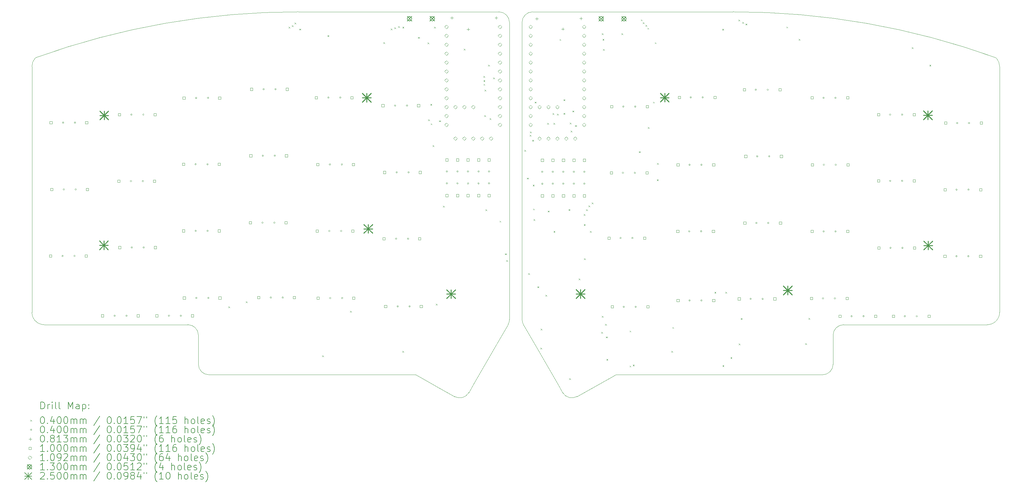
<source format=gbr>
%TF.GenerationSoftware,KiCad,Pcbnew,(6.0.10)*%
%TF.CreationDate,2023-10-04T19:43:44-05:00*%
%TF.ProjectId,RunType58,52756e54-7970-4653-9538-2e6b69636164,rev?*%
%TF.SameCoordinates,Original*%
%TF.FileFunction,Drillmap*%
%TF.FilePolarity,Positive*%
%FSLAX45Y45*%
G04 Gerber Fmt 4.5, Leading zero omitted, Abs format (unit mm)*
G04 Created by KiCad (PCBNEW (6.0.10)) date 2023-10-04 19:43:44*
%MOMM*%
%LPD*%
G01*
G04 APERTURE LIST*
%ADD10C,0.100000*%
%ADD11C,0.200000*%
%ADD12C,0.040000*%
%ADD13C,0.081280*%
%ADD14C,0.109220*%
%ADD15C,0.130000*%
%ADD16C,0.250000*%
G04 APERTURE END LIST*
D10*
X16073808Y-11170788D02*
X15751665Y-11728755D01*
X21168876Y-12600255D02*
X25043876Y-12600255D01*
X2496375Y-10821505D02*
G75*
G03*
X2846376Y-11171505I350001J1D01*
G01*
X25643876Y-11171506D02*
G75*
G03*
X25343876Y-11471505I-16J-299984D01*
G01*
X16113994Y-2549826D02*
G75*
G03*
X15814000Y-2249826I-299994J6D01*
G01*
X2496376Y-3806505D02*
X2496376Y-10821505D01*
X14548069Y-13220852D02*
G75*
G03*
X14954659Y-13109211I146781J261642D01*
G01*
X18464195Y-12982696D02*
X18039682Y-13220850D01*
X29741376Y-11171496D02*
G75*
G03*
X30091376Y-10821505I-6J350006D01*
G01*
X11418876Y-12600255D02*
X7543876Y-12600255D01*
X16114000Y-11020788D02*
X16114000Y-2549826D01*
X15751665Y-11728755D02*
X15101665Y-12854588D01*
X14954659Y-13109211D02*
X15101665Y-12854588D01*
X2846376Y-11171505D02*
X4146376Y-11171505D01*
X30005981Y-3577408D02*
G75*
G03*
X29968454Y-3551650I-68031J-58902D01*
G01*
X25343876Y-12300255D02*
X25343876Y-11851505D01*
X13513491Y-12640447D02*
X13441848Y-12600255D01*
X14123557Y-12982696D02*
X14548070Y-13220850D01*
X17633092Y-13109211D02*
G75*
G03*
X18039682Y-13220850I259808J150001D01*
G01*
X16836086Y-11728755D02*
X17486086Y-12854588D01*
X2619298Y-3551649D02*
G75*
G03*
X2581772Y-3577409I30532J-84691D01*
G01*
X10096148Y-2249826D02*
G75*
G03*
X2619298Y-3551650I-25098J-21977894D01*
G01*
X13513491Y-12640447D02*
X14123557Y-12982696D01*
X16473752Y-2549826D02*
X16473752Y-11020788D01*
X16473754Y-11020788D02*
G75*
G03*
X16513944Y-11170788I300006J-2D01*
G01*
X12718876Y-12600255D02*
X13441848Y-12600255D01*
X16073806Y-11170787D02*
G75*
G03*
X16114000Y-11020788I-259786J149997D01*
G01*
X25343876Y-11851505D02*
X25343876Y-11471505D01*
X11418876Y-12600255D02*
X12718876Y-12600255D01*
X25043876Y-12600256D02*
G75*
G03*
X25343876Y-12300255I-16J300016D01*
G01*
X7243876Y-12300255D02*
X7243876Y-11851505D01*
X7243875Y-11471505D02*
G75*
G03*
X6943876Y-11171505I-299995J5D01*
G01*
X16773752Y-2249826D02*
X22491604Y-2249826D01*
X30091376Y-3806505D02*
X30091376Y-5106505D01*
X30091376Y-9521505D02*
X30091376Y-10821505D01*
X19074261Y-12640447D02*
X18464195Y-12982696D01*
X17633093Y-13109211D02*
X17486086Y-12854588D01*
X16773752Y-2249822D02*
G75*
G03*
X16473752Y-2549826I8J-300008D01*
G01*
X15814000Y-2249826D02*
X10096148Y-2249826D01*
X19074261Y-12640447D02*
X19145904Y-12600255D01*
X4146376Y-11171505D02*
X6943876Y-11171505D01*
X30091376Y-5106505D02*
X30091376Y-9521505D01*
X19145904Y-12600255D02*
X21168876Y-12600255D01*
X30091378Y-3806505D02*
G75*
G03*
X30005979Y-3577409I-350008J-5D01*
G01*
X16513944Y-11170788D02*
X16836086Y-11728755D01*
X25643876Y-11171505D02*
X29741376Y-11171505D01*
X2581773Y-3577409D02*
G75*
G03*
X2496376Y-3806505I264605J-229097D01*
G01*
X7243876Y-11471505D02*
X7243876Y-11851505D01*
X29968454Y-3551650D02*
G75*
G03*
X22491604Y-2249826I-7451754J-20676080D01*
G01*
X7243875Y-12300255D02*
G75*
G03*
X7543876Y-12600255I300005J5D01*
G01*
D11*
D12*
X8100000Y-10651000D02*
X8140000Y-10691000D01*
X8140000Y-10651000D02*
X8100000Y-10691000D01*
X8598000Y-10504000D02*
X8638000Y-10544000D01*
X8638000Y-10504000D02*
X8598000Y-10544000D01*
X9814206Y-2677450D02*
X9854206Y-2717450D01*
X9854206Y-2677450D02*
X9814206Y-2717450D01*
X9909314Y-2632450D02*
X9949314Y-2672450D01*
X9949314Y-2632450D02*
X9909314Y-2672450D01*
X9987000Y-2554000D02*
X10027000Y-2594000D01*
X10027000Y-2554000D02*
X9987000Y-2594000D01*
X10120517Y-2729582D02*
X10160517Y-2769582D01*
X10160517Y-2729582D02*
X10120517Y-2769582D01*
X10775000Y-12045000D02*
X10815000Y-12085000D01*
X10815000Y-12045000D02*
X10775000Y-12085000D01*
X10923000Y-2917000D02*
X10963000Y-2957000D01*
X10963000Y-2917000D02*
X10923000Y-2957000D01*
X11567000Y-10780000D02*
X11607000Y-10820000D01*
X11607000Y-10780000D02*
X11567000Y-10820000D01*
X12518000Y-3117000D02*
X12558000Y-3157000D01*
X12558000Y-3117000D02*
X12518000Y-3157000D01*
X12728000Y-2723540D02*
X12768000Y-2763540D01*
X12768000Y-2723540D02*
X12728000Y-2763540D01*
X12829000Y-2693000D02*
X12869000Y-2733000D01*
X12869000Y-2693000D02*
X12829000Y-2733000D01*
X12939770Y-2655230D02*
X12979770Y-2695230D01*
X12979770Y-2655230D02*
X12939770Y-2695230D01*
X13061000Y-11918000D02*
X13101000Y-11958000D01*
X13101000Y-11918000D02*
X13061000Y-11958000D01*
X13063000Y-2676000D02*
X13103000Y-2716000D01*
X13103000Y-2676000D02*
X13063000Y-2716000D01*
X13508000Y-2967000D02*
X13548000Y-3007000D01*
X13548000Y-2967000D02*
X13508000Y-3007000D01*
X13781000Y-3121000D02*
X13821000Y-3161000D01*
X13821000Y-3121000D02*
X13781000Y-3161000D01*
X13794950Y-5314000D02*
X13834950Y-5354000D01*
X13834950Y-5314000D02*
X13794950Y-5354000D01*
X13859763Y-4874516D02*
X13899763Y-4914516D01*
X13899763Y-4874516D02*
X13859763Y-4914516D01*
X13867400Y-5430000D02*
X13907400Y-5470000D01*
X13907400Y-5430000D02*
X13867400Y-5470000D01*
X13922000Y-6056000D02*
X13962000Y-6096000D01*
X13962000Y-6056000D02*
X13922000Y-6096000D01*
X13966000Y-2673095D02*
X14006000Y-2713095D01*
X14006000Y-2673095D02*
X13966000Y-2713095D01*
X14019000Y-10577000D02*
X14059000Y-10617000D01*
X14059000Y-10577000D02*
X14019000Y-10617000D01*
X14107450Y-5346000D02*
X14147450Y-5386000D01*
X14147450Y-5346000D02*
X14107450Y-5386000D01*
X14218205Y-7780205D02*
X14258205Y-7820205D01*
X14258205Y-7780205D02*
X14218205Y-7820205D01*
X14815000Y-3304000D02*
X14855000Y-3344000D01*
X14855000Y-3304000D02*
X14815000Y-3344000D01*
X15371000Y-4078000D02*
X15411000Y-4118000D01*
X15411000Y-4078000D02*
X15371000Y-4118000D01*
X15375000Y-4306000D02*
X15415000Y-4346000D01*
X15415000Y-4306000D02*
X15375000Y-4346000D01*
X15376000Y-4198000D02*
X15416000Y-4238000D01*
X15416000Y-4198000D02*
X15376000Y-4238000D01*
X15396000Y-5197000D02*
X15436000Y-5237000D01*
X15436000Y-5197000D02*
X15396000Y-5237000D01*
X15402000Y-4469000D02*
X15442000Y-4509000D01*
X15442000Y-4469000D02*
X15402000Y-4509000D01*
X15428000Y-7882000D02*
X15468000Y-7922000D01*
X15468000Y-7882000D02*
X15428000Y-7922000D01*
X15505471Y-3760686D02*
X15545471Y-3800686D01*
X15545471Y-3760686D02*
X15505471Y-3800686D01*
X15550000Y-5280000D02*
X15590000Y-5320000D01*
X15590000Y-5280000D02*
X15550000Y-5320000D01*
X15652023Y-4123000D02*
X15692023Y-4163000D01*
X15692023Y-4123000D02*
X15652023Y-4163000D01*
X15833000Y-8209000D02*
X15873000Y-8249000D01*
X15873000Y-8209000D02*
X15833000Y-8249000D01*
X15987550Y-9140000D02*
X16027550Y-9180000D01*
X16027550Y-9140000D02*
X15987550Y-9180000D01*
X16020000Y-9330000D02*
X16060000Y-9370000D01*
X16060000Y-9330000D02*
X16020000Y-9370000D01*
X16540000Y-6190000D02*
X16580000Y-6230000D01*
X16580000Y-6190000D02*
X16540000Y-6230000D01*
X16617550Y-6980000D02*
X16657550Y-7020000D01*
X16657550Y-6980000D02*
X16617550Y-7020000D01*
X16650000Y-9700000D02*
X16690000Y-9740000D01*
X16690000Y-9700000D02*
X16650000Y-9740000D01*
X16690000Y-5760000D02*
X16730000Y-5800000D01*
X16730000Y-5760000D02*
X16690000Y-5800000D01*
X16701000Y-5666000D02*
X16741000Y-5706000D01*
X16741000Y-5666000D02*
X16701000Y-5706000D01*
X16762450Y-5900000D02*
X16802450Y-5940000D01*
X16802450Y-5900000D02*
X16762450Y-5940000D01*
X16780000Y-7180000D02*
X16820000Y-7220000D01*
X16820000Y-7180000D02*
X16780000Y-7220000D01*
X16790000Y-7860000D02*
X16830000Y-7900000D01*
X16830000Y-7860000D02*
X16790000Y-7900000D01*
X16800000Y-8160000D02*
X16840000Y-8200000D01*
X16840000Y-8160000D02*
X16800000Y-8200000D01*
X16834000Y-4814000D02*
X16874000Y-4854000D01*
X16874000Y-4814000D02*
X16834000Y-4854000D01*
X16910000Y-10080000D02*
X16950000Y-10120000D01*
X16950000Y-10080000D02*
X16910000Y-10120000D01*
X16999000Y-11829000D02*
X17039000Y-11869000D01*
X17039000Y-11829000D02*
X16999000Y-11869000D01*
X17003000Y-11283000D02*
X17043000Y-11323000D01*
X17043000Y-11283000D02*
X17003000Y-11323000D01*
X17140000Y-10320000D02*
X17180000Y-10360000D01*
X17180000Y-10320000D02*
X17140000Y-10360000D01*
X17191000Y-5420000D02*
X17231000Y-5460000D01*
X17231000Y-5420000D02*
X17191000Y-5460000D01*
X17210000Y-7920000D02*
X17250000Y-7960000D01*
X17250000Y-7920000D02*
X17210000Y-7960000D01*
X17345000Y-5138000D02*
X17385000Y-5178000D01*
X17385000Y-5138000D02*
X17345000Y-5178000D01*
X17370000Y-5420000D02*
X17410000Y-5460000D01*
X17410000Y-5420000D02*
X17370000Y-5460000D01*
X17372450Y-8500000D02*
X17412450Y-8540000D01*
X17412450Y-8500000D02*
X17372450Y-8540000D01*
X17471000Y-5155000D02*
X17511000Y-5195000D01*
X17511000Y-5155000D02*
X17471000Y-5195000D01*
X17542000Y-3027000D02*
X17582000Y-3067000D01*
X17582000Y-3027000D02*
X17542000Y-3067000D01*
X17656550Y-4746000D02*
X17696550Y-4786000D01*
X17696550Y-4746000D02*
X17656550Y-4786000D01*
X17657780Y-5134320D02*
X17697780Y-5174320D01*
X17697780Y-5134320D02*
X17657780Y-5174320D01*
X17800000Y-7877450D02*
X17840000Y-7917450D01*
X17840000Y-7877450D02*
X17800000Y-7917450D01*
X17820000Y-12700000D02*
X17860000Y-12740000D01*
X17860000Y-12700000D02*
X17820000Y-12740000D01*
X17835000Y-5408406D02*
X17875000Y-5448406D01*
X17875000Y-5408406D02*
X17835000Y-5448406D01*
X17859000Y-5641000D02*
X17899000Y-5681000D01*
X17899000Y-5641000D02*
X17859000Y-5681000D01*
X17912520Y-5066000D02*
X17952520Y-5106000D01*
X17952520Y-5066000D02*
X17912520Y-5106000D01*
X17988000Y-5481000D02*
X18028000Y-5521000D01*
X18028000Y-5481000D02*
X17988000Y-5521000D01*
X18090000Y-9853000D02*
X18130000Y-9893000D01*
X18130000Y-9853000D02*
X18090000Y-9893000D01*
X18230000Y-8020000D02*
X18270000Y-8060000D01*
X18270000Y-8020000D02*
X18230000Y-8060000D01*
X18236950Y-8303050D02*
X18276950Y-8343050D01*
X18276950Y-8303050D02*
X18236950Y-8343050D01*
X18242000Y-9278000D02*
X18282000Y-9318000D01*
X18282000Y-9278000D02*
X18242000Y-9318000D01*
X18300000Y-7880000D02*
X18340000Y-7920000D01*
X18340000Y-7880000D02*
X18300000Y-7920000D01*
X18370000Y-7770000D02*
X18410000Y-7810000D01*
X18410000Y-7770000D02*
X18370000Y-7810000D01*
X18412450Y-8500000D02*
X18452450Y-8540000D01*
X18452450Y-8500000D02*
X18412450Y-8540000D01*
X18460000Y-7690000D02*
X18500000Y-7730000D01*
X18500000Y-7690000D02*
X18460000Y-7730000D01*
X18730000Y-11380000D02*
X18770000Y-11420000D01*
X18770000Y-11380000D02*
X18730000Y-11420000D01*
X18750000Y-10920000D02*
X18790000Y-10960000D01*
X18790000Y-10920000D02*
X18750000Y-10960000D01*
X18751976Y-2864355D02*
X18791976Y-2904355D01*
X18791976Y-2864355D02*
X18751976Y-2904355D01*
X18770000Y-3020000D02*
X18810000Y-3060000D01*
X18810000Y-3020000D02*
X18770000Y-3060000D01*
X18780000Y-3310000D02*
X18820000Y-3350000D01*
X18820000Y-3310000D02*
X18780000Y-3350000D01*
X18840000Y-11150000D02*
X18880000Y-11190000D01*
X18880000Y-11150000D02*
X18840000Y-11190000D01*
X18870000Y-11510000D02*
X18910000Y-11550000D01*
X18910000Y-11510000D02*
X18870000Y-11550000D01*
X18880000Y-12150000D02*
X18920000Y-12190000D01*
X18920000Y-12150000D02*
X18880000Y-12190000D01*
X19310000Y-2864355D02*
X19350000Y-2904355D01*
X19350000Y-2864355D02*
X19310000Y-2904355D01*
X19540000Y-11340000D02*
X19580000Y-11380000D01*
X19580000Y-11340000D02*
X19540000Y-11380000D01*
X19540000Y-12340000D02*
X19580000Y-12380000D01*
X19580000Y-12340000D02*
X19540000Y-12380000D01*
X19634821Y-12308393D02*
X19674821Y-12348393D01*
X19674821Y-12308393D02*
X19634821Y-12348393D01*
X19807000Y-6226000D02*
X19847000Y-6266000D01*
X19847000Y-6226000D02*
X19807000Y-6266000D01*
X19863000Y-2467000D02*
X19903000Y-2507000D01*
X19903000Y-2467000D02*
X19863000Y-2507000D01*
X19918837Y-2549899D02*
X19958837Y-2589899D01*
X19958837Y-2549899D02*
X19918837Y-2589899D01*
X19991337Y-2622349D02*
X20031337Y-2662349D01*
X20031337Y-2622349D02*
X19991337Y-2662349D01*
X20048000Y-2705000D02*
X20088000Y-2745000D01*
X20088000Y-2705000D02*
X20048000Y-2745000D01*
X20064000Y-5536000D02*
X20104000Y-5576000D01*
X20104000Y-5536000D02*
X20064000Y-5576000D01*
X20210000Y-4812000D02*
X20250000Y-4852000D01*
X20250000Y-4812000D02*
X20210000Y-4852000D01*
X20260000Y-3120000D02*
X20300000Y-3160000D01*
X20300000Y-3120000D02*
X20260000Y-3160000D01*
X20320000Y-7030000D02*
X20360000Y-7070000D01*
X20360000Y-7030000D02*
X20320000Y-7070000D01*
X20321000Y-6562000D02*
X20361000Y-6602000D01*
X20361000Y-6562000D02*
X20321000Y-6602000D01*
X20730000Y-11920000D02*
X20770000Y-11960000D01*
X20770000Y-11920000D02*
X20730000Y-11960000D01*
X20760000Y-11240000D02*
X20800000Y-11280000D01*
X20800000Y-11240000D02*
X20760000Y-11280000D01*
X21961000Y-10236000D02*
X22001000Y-10276000D01*
X22001000Y-10236000D02*
X21961000Y-10276000D01*
X22182000Y-2735000D02*
X22222000Y-2775000D01*
X22222000Y-2735000D02*
X22182000Y-2775000D01*
X22190000Y-12325050D02*
X22230000Y-12365050D01*
X22230000Y-12325050D02*
X22190000Y-12365050D01*
X22272000Y-10236000D02*
X22312000Y-10276000D01*
X22312000Y-10236000D02*
X22272000Y-10276000D01*
X22420000Y-12100000D02*
X22460000Y-12140000D01*
X22460000Y-12100000D02*
X22420000Y-12140000D01*
X22645000Y-2474000D02*
X22685000Y-2514000D01*
X22685000Y-2474000D02*
X22645000Y-2514000D01*
X22650000Y-11710000D02*
X22690000Y-11750000D01*
X22690000Y-11710000D02*
X22650000Y-11750000D01*
X22711126Y-10984165D02*
X22751126Y-11024165D01*
X22751126Y-10984165D02*
X22711126Y-11024165D01*
X22752000Y-2540365D02*
X22792000Y-2580365D01*
X22792000Y-2540365D02*
X22752000Y-2580365D01*
X22844342Y-2585365D02*
X22884342Y-2625365D01*
X22884342Y-2585365D02*
X22844342Y-2625365D01*
X24011000Y-2672000D02*
X24051000Y-2712000D01*
X24051000Y-2672000D02*
X24011000Y-2712000D01*
X24365000Y-3022000D02*
X24405000Y-3062000D01*
X24405000Y-3022000D02*
X24365000Y-3062000D01*
X24550000Y-11700000D02*
X24590000Y-11740000D01*
X24590000Y-11700000D02*
X24550000Y-11740000D01*
X24640000Y-10980000D02*
X24680000Y-11020000D01*
X24680000Y-10980000D02*
X24640000Y-11020000D01*
X27589000Y-3259000D02*
X27629000Y-3299000D01*
X27629000Y-3259000D02*
X27589000Y-3299000D01*
X28092000Y-3756000D02*
X28132000Y-3796000D01*
X28132000Y-3756000D02*
X28092000Y-3796000D01*
X3390000Y-9211000D02*
G75*
G03*
X3390000Y-9211000I-20000J0D01*
G01*
X3404000Y-5410254D02*
G75*
G03*
X3404000Y-5410254I-20000J0D01*
G01*
X3425000Y-7313000D02*
G75*
G03*
X3425000Y-7313000I-20000J0D01*
G01*
X3730000Y-9211000D02*
G75*
G03*
X3730000Y-9211000I-20000J0D01*
G01*
X3744000Y-5410254D02*
G75*
G03*
X3744000Y-5410254I-20000J0D01*
G01*
X3765000Y-7313000D02*
G75*
G03*
X3765000Y-7313000I-20000J0D01*
G01*
X4875000Y-10916000D02*
G75*
G03*
X4875000Y-10916000I-20000J0D01*
G01*
X5215000Y-10916000D02*
G75*
G03*
X5215000Y-10916000I-20000J0D01*
G01*
X5340000Y-7078000D02*
G75*
G03*
X5340000Y-7078000I-20000J0D01*
G01*
X5354000Y-5180000D02*
G75*
G03*
X5354000Y-5180000I-20000J0D01*
G01*
X5362000Y-8968000D02*
G75*
G03*
X5362000Y-8968000I-20000J0D01*
G01*
X5680000Y-7078000D02*
G75*
G03*
X5680000Y-7078000I-20000J0D01*
G01*
X5694000Y-5180000D02*
G75*
G03*
X5694000Y-5180000I-20000J0D01*
G01*
X5702000Y-8968000D02*
G75*
G03*
X5702000Y-8968000I-20000J0D01*
G01*
X6424000Y-10916000D02*
G75*
G03*
X6424000Y-10916000I-20000J0D01*
G01*
X6764000Y-10916000D02*
G75*
G03*
X6764000Y-10916000I-20000J0D01*
G01*
X7183000Y-6596000D02*
G75*
G03*
X7183000Y-6596000I-20000J0D01*
G01*
X7186000Y-8495000D02*
G75*
G03*
X7186000Y-8495000I-20000J0D01*
G01*
X7198000Y-4703000D02*
G75*
G03*
X7198000Y-4703000I-20000J0D01*
G01*
X7206000Y-10408000D02*
G75*
G03*
X7206000Y-10408000I-20000J0D01*
G01*
X7523000Y-6596000D02*
G75*
G03*
X7523000Y-6596000I-20000J0D01*
G01*
X7526000Y-8495000D02*
G75*
G03*
X7526000Y-8495000I-20000J0D01*
G01*
X7538000Y-4703000D02*
G75*
G03*
X7538000Y-4703000I-20000J0D01*
G01*
X7546000Y-10408000D02*
G75*
G03*
X7546000Y-10408000I-20000J0D01*
G01*
X9090000Y-8263000D02*
G75*
G03*
X9090000Y-8263000I-20000J0D01*
G01*
X9102000Y-6352000D02*
G75*
G03*
X9102000Y-6352000I-20000J0D01*
G01*
X9123000Y-4455000D02*
G75*
G03*
X9123000Y-4455000I-20000J0D01*
G01*
X9328000Y-10397000D02*
G75*
G03*
X9328000Y-10397000I-20000J0D01*
G01*
X9430000Y-8263000D02*
G75*
G03*
X9430000Y-8263000I-20000J0D01*
G01*
X9442000Y-6352000D02*
G75*
G03*
X9442000Y-6352000I-20000J0D01*
G01*
X9463000Y-4455000D02*
G75*
G03*
X9463000Y-4455000I-20000J0D01*
G01*
X9668000Y-10397000D02*
G75*
G03*
X9668000Y-10397000I-20000J0D01*
G01*
X10971000Y-4695000D02*
G75*
G03*
X10971000Y-4695000I-20000J0D01*
G01*
X10995000Y-8500000D02*
G75*
G03*
X10995000Y-8500000I-20000J0D01*
G01*
X11013000Y-6601000D02*
G75*
G03*
X11013000Y-6601000I-20000J0D01*
G01*
X11022000Y-10412000D02*
G75*
G03*
X11022000Y-10412000I-20000J0D01*
G01*
X11311000Y-4695000D02*
G75*
G03*
X11311000Y-4695000I-20000J0D01*
G01*
X11335000Y-8500000D02*
G75*
G03*
X11335000Y-8500000I-20000J0D01*
G01*
X11353000Y-6601000D02*
G75*
G03*
X11353000Y-6601000I-20000J0D01*
G01*
X11362000Y-10412000D02*
G75*
G03*
X11362000Y-10412000I-20000J0D01*
G01*
X12871000Y-4922000D02*
G75*
G03*
X12871000Y-4922000I-20000J0D01*
G01*
X12902000Y-8720746D02*
G75*
G03*
X12902000Y-8720746I-20000J0D01*
G01*
X12918000Y-6825746D02*
G75*
G03*
X12918000Y-6825746I-20000J0D01*
G01*
X12946000Y-10648000D02*
G75*
G03*
X12946000Y-10648000I-20000J0D01*
G01*
X13211000Y-4922000D02*
G75*
G03*
X13211000Y-4922000I-20000J0D01*
G01*
X13242000Y-8720746D02*
G75*
G03*
X13242000Y-8720746I-20000J0D01*
G01*
X13258000Y-6825746D02*
G75*
G03*
X13258000Y-6825746I-20000J0D01*
G01*
X13286000Y-10648000D02*
G75*
G03*
X13286000Y-10648000I-20000J0D01*
G01*
X14350000Y-6802000D02*
G75*
G03*
X14350000Y-6802000I-20000J0D01*
G01*
X14350000Y-7142000D02*
G75*
G03*
X14350000Y-7142000I-20000J0D01*
G01*
X14651000Y-6802000D02*
G75*
G03*
X14651000Y-6802000I-20000J0D01*
G01*
X14651000Y-7142000D02*
G75*
G03*
X14651000Y-7142000I-20000J0D01*
G01*
X14951746Y-6802000D02*
G75*
G03*
X14951746Y-6802000I-20000J0D01*
G01*
X14951746Y-7142000D02*
G75*
G03*
X14951746Y-7142000I-20000J0D01*
G01*
X15251746Y-6802000D02*
G75*
G03*
X15251746Y-6802000I-20000J0D01*
G01*
X15251746Y-7142000D02*
G75*
G03*
X15251746Y-7142000I-20000J0D01*
G01*
X15551746Y-6802000D02*
G75*
G03*
X15551746Y-6802000I-20000J0D01*
G01*
X15551746Y-7142000D02*
G75*
G03*
X15551746Y-7142000I-20000J0D01*
G01*
X17070000Y-6810000D02*
G75*
G03*
X17070000Y-6810000I-20000J0D01*
G01*
X17070000Y-7150000D02*
G75*
G03*
X17070000Y-7150000I-20000J0D01*
G01*
X17370000Y-6810000D02*
G75*
G03*
X17370000Y-6810000I-20000J0D01*
G01*
X17370000Y-7150000D02*
G75*
G03*
X17370000Y-7150000I-20000J0D01*
G01*
X17670000Y-6810000D02*
G75*
G03*
X17670000Y-6810000I-20000J0D01*
G01*
X17670000Y-7150000D02*
G75*
G03*
X17670000Y-7150000I-20000J0D01*
G01*
X17970000Y-6810000D02*
G75*
G03*
X17970000Y-6810000I-20000J0D01*
G01*
X17970000Y-7150000D02*
G75*
G03*
X17970000Y-7150000I-20000J0D01*
G01*
X18270000Y-6810000D02*
G75*
G03*
X18270000Y-6810000I-20000J0D01*
G01*
X18270000Y-7150000D02*
G75*
G03*
X18270000Y-7150000I-20000J0D01*
G01*
X19300000Y-8700000D02*
G75*
G03*
X19300000Y-8700000I-20000J0D01*
G01*
X19370000Y-6840000D02*
G75*
G03*
X19370000Y-6840000I-20000J0D01*
G01*
X19380000Y-4950000D02*
G75*
G03*
X19380000Y-4950000I-20000J0D01*
G01*
X19394000Y-10660254D02*
G75*
G03*
X19394000Y-10660254I-20000J0D01*
G01*
X19640000Y-8700000D02*
G75*
G03*
X19640000Y-8700000I-20000J0D01*
G01*
X19710000Y-6840000D02*
G75*
G03*
X19710000Y-6840000I-20000J0D01*
G01*
X19720000Y-4950000D02*
G75*
G03*
X19720000Y-4950000I-20000J0D01*
G01*
X19734000Y-10660254D02*
G75*
G03*
X19734000Y-10660254I-20000J0D01*
G01*
X21260000Y-8510000D02*
G75*
G03*
X21260000Y-8510000I-20000J0D01*
G01*
X21270000Y-6610000D02*
G75*
G03*
X21270000Y-6610000I-20000J0D01*
G01*
X21270000Y-10480000D02*
G75*
G03*
X21270000Y-10480000I-20000J0D01*
G01*
X21305000Y-4688000D02*
G75*
G03*
X21305000Y-4688000I-20000J0D01*
G01*
X21600000Y-8510000D02*
G75*
G03*
X21600000Y-8510000I-20000J0D01*
G01*
X21610000Y-6610000D02*
G75*
G03*
X21610000Y-6610000I-20000J0D01*
G01*
X21610000Y-10480000D02*
G75*
G03*
X21610000Y-10480000I-20000J0D01*
G01*
X21645000Y-4688000D02*
G75*
G03*
X21645000Y-4688000I-20000J0D01*
G01*
X23013000Y-10435000D02*
G75*
G03*
X23013000Y-10435000I-20000J0D01*
G01*
X23160000Y-4470000D02*
G75*
G03*
X23160000Y-4470000I-20000J0D01*
G01*
X23174000Y-8270254D02*
G75*
G03*
X23174000Y-8270254I-20000J0D01*
G01*
X23200000Y-6370000D02*
G75*
G03*
X23200000Y-6370000I-20000J0D01*
G01*
X23353000Y-10435000D02*
G75*
G03*
X23353000Y-10435000I-20000J0D01*
G01*
X23500000Y-4470000D02*
G75*
G03*
X23500000Y-4470000I-20000J0D01*
G01*
X23514000Y-8270254D02*
G75*
G03*
X23514000Y-8270254I-20000J0D01*
G01*
X23540000Y-6370000D02*
G75*
G03*
X23540000Y-6370000I-20000J0D01*
G01*
X25074000Y-10420000D02*
G75*
G03*
X25074000Y-10420000I-20000J0D01*
G01*
X25090000Y-4700000D02*
G75*
G03*
X25090000Y-4700000I-20000J0D01*
G01*
X25094000Y-8510254D02*
G75*
G03*
X25094000Y-8510254I-20000J0D01*
G01*
X25100000Y-6610000D02*
G75*
G03*
X25100000Y-6610000I-20000J0D01*
G01*
X25414000Y-10420000D02*
G75*
G03*
X25414000Y-10420000I-20000J0D01*
G01*
X25430000Y-4700000D02*
G75*
G03*
X25430000Y-4700000I-20000J0D01*
G01*
X25434000Y-8510254D02*
G75*
G03*
X25434000Y-8510254I-20000J0D01*
G01*
X25440000Y-6610000D02*
G75*
G03*
X25440000Y-6610000I-20000J0D01*
G01*
X25890000Y-10930000D02*
G75*
G03*
X25890000Y-10930000I-20000J0D01*
G01*
X26230000Y-10930000D02*
G75*
G03*
X26230000Y-10930000I-20000J0D01*
G01*
X26990000Y-5180000D02*
G75*
G03*
X26990000Y-5180000I-20000J0D01*
G01*
X26990000Y-7070000D02*
G75*
G03*
X26990000Y-7070000I-20000J0D01*
G01*
X27000000Y-8980000D02*
G75*
G03*
X27000000Y-8980000I-20000J0D01*
G01*
X27330000Y-5180000D02*
G75*
G03*
X27330000Y-5180000I-20000J0D01*
G01*
X27330000Y-7070000D02*
G75*
G03*
X27330000Y-7070000I-20000J0D01*
G01*
X27340000Y-8980000D02*
G75*
G03*
X27340000Y-8980000I-20000J0D01*
G01*
X27410000Y-10930000D02*
G75*
G03*
X27410000Y-10930000I-20000J0D01*
G01*
X27750000Y-10930000D02*
G75*
G03*
X27750000Y-10930000I-20000J0D01*
G01*
X28880000Y-9220000D02*
G75*
G03*
X28880000Y-9220000I-20000J0D01*
G01*
X28884000Y-7320254D02*
G75*
G03*
X28884000Y-7320254I-20000J0D01*
G01*
X28900000Y-5420000D02*
G75*
G03*
X28900000Y-5420000I-20000J0D01*
G01*
X29220000Y-9220000D02*
G75*
G03*
X29220000Y-9220000I-20000J0D01*
G01*
X29224000Y-7320254D02*
G75*
G03*
X29224000Y-7320254I-20000J0D01*
G01*
X29240000Y-5420000D02*
G75*
G03*
X29240000Y-5420000I-20000J0D01*
G01*
D13*
X14470000Y-2379360D02*
X14470000Y-2460640D01*
X14429360Y-2420000D02*
X14510640Y-2420000D01*
X14940000Y-2706010D02*
X14940000Y-2787290D01*
X14899360Y-2746650D02*
X14980640Y-2746650D01*
X15737000Y-2381360D02*
X15737000Y-2462640D01*
X15696360Y-2422000D02*
X15777640Y-2422000D01*
X16894650Y-2404360D02*
X16894650Y-2485640D01*
X16854010Y-2445000D02*
X16935290Y-2445000D01*
X17635000Y-2697010D02*
X17635000Y-2778290D01*
X17594360Y-2737650D02*
X17675640Y-2737650D01*
X18151000Y-2397360D02*
X18151000Y-2478640D01*
X18110360Y-2438000D02*
X18191640Y-2438000D01*
D10*
X3059356Y-9246610D02*
X3059356Y-9175898D01*
X2988644Y-9175898D01*
X2988644Y-9246610D01*
X3059356Y-9246610D01*
X3073356Y-5445864D02*
X3073356Y-5375152D01*
X3002644Y-5375152D01*
X3002644Y-5445864D01*
X3073356Y-5445864D01*
X3094356Y-7348610D02*
X3094356Y-7277898D01*
X3023644Y-7277898D01*
X3023644Y-7348610D01*
X3094356Y-7348610D01*
X4075356Y-9246610D02*
X4075356Y-9175898D01*
X4004644Y-9175898D01*
X4004644Y-9246610D01*
X4075356Y-9246610D01*
X4089356Y-5445864D02*
X4089356Y-5375152D01*
X4018644Y-5375152D01*
X4018644Y-5445864D01*
X4089356Y-5445864D01*
X4110356Y-7348610D02*
X4110356Y-7277898D01*
X4039644Y-7277898D01*
X4039644Y-7348610D01*
X4110356Y-7348610D01*
X4544356Y-10951610D02*
X4544356Y-10880898D01*
X4473644Y-10880898D01*
X4473644Y-10951610D01*
X4544356Y-10951610D01*
X5009356Y-7113610D02*
X5009356Y-7042898D01*
X4938644Y-7042898D01*
X4938644Y-7113610D01*
X5009356Y-7113610D01*
X5023356Y-5215610D02*
X5023356Y-5144898D01*
X4952644Y-5144898D01*
X4952644Y-5215610D01*
X5023356Y-5215610D01*
X5031356Y-9003610D02*
X5031356Y-8932898D01*
X4960644Y-8932898D01*
X4960644Y-9003610D01*
X5031356Y-9003610D01*
X5560356Y-10951610D02*
X5560356Y-10880898D01*
X5489644Y-10880898D01*
X5489644Y-10951610D01*
X5560356Y-10951610D01*
X6025356Y-7113610D02*
X6025356Y-7042898D01*
X5954644Y-7042898D01*
X5954644Y-7113610D01*
X6025356Y-7113610D01*
X6039356Y-5215610D02*
X6039356Y-5144898D01*
X5968644Y-5144898D01*
X5968644Y-5215610D01*
X6039356Y-5215610D01*
X6047356Y-9003610D02*
X6047356Y-8932898D01*
X5976644Y-8932898D01*
X5976644Y-9003610D01*
X6047356Y-9003610D01*
X6093356Y-10951610D02*
X6093356Y-10880898D01*
X6022644Y-10880898D01*
X6022644Y-10951610D01*
X6093356Y-10951610D01*
X6852356Y-6631610D02*
X6852356Y-6560898D01*
X6781644Y-6560898D01*
X6781644Y-6631610D01*
X6852356Y-6631610D01*
X6855356Y-8530610D02*
X6855356Y-8459898D01*
X6784644Y-8459898D01*
X6784644Y-8530610D01*
X6855356Y-8530610D01*
X6867356Y-4738610D02*
X6867356Y-4667898D01*
X6796644Y-4667898D01*
X6796644Y-4738610D01*
X6867356Y-4738610D01*
X6875356Y-10443610D02*
X6875356Y-10372898D01*
X6804644Y-10372898D01*
X6804644Y-10443610D01*
X6875356Y-10443610D01*
X7109356Y-10951610D02*
X7109356Y-10880898D01*
X7038644Y-10880898D01*
X7038644Y-10951610D01*
X7109356Y-10951610D01*
X7868356Y-6631610D02*
X7868356Y-6560898D01*
X7797644Y-6560898D01*
X7797644Y-6631610D01*
X7868356Y-6631610D01*
X7871356Y-8530610D02*
X7871356Y-8459898D01*
X7800644Y-8459898D01*
X7800644Y-8530610D01*
X7871356Y-8530610D01*
X7883356Y-4738610D02*
X7883356Y-4667898D01*
X7812644Y-4667898D01*
X7812644Y-4738610D01*
X7883356Y-4738610D01*
X7891356Y-10443610D02*
X7891356Y-10372898D01*
X7820644Y-10372898D01*
X7820644Y-10443610D01*
X7891356Y-10443610D01*
X8759356Y-8298610D02*
X8759356Y-8227898D01*
X8688644Y-8227898D01*
X8688644Y-8298610D01*
X8759356Y-8298610D01*
X8771356Y-6387610D02*
X8771356Y-6316898D01*
X8700644Y-6316898D01*
X8700644Y-6387610D01*
X8771356Y-6387610D01*
X8792356Y-4490610D02*
X8792356Y-4419898D01*
X8721644Y-4419898D01*
X8721644Y-4490610D01*
X8792356Y-4490610D01*
X8997356Y-10432610D02*
X8997356Y-10361898D01*
X8926644Y-10361898D01*
X8926644Y-10432610D01*
X8997356Y-10432610D01*
X9775356Y-8298610D02*
X9775356Y-8227898D01*
X9704644Y-8227898D01*
X9704644Y-8298610D01*
X9775356Y-8298610D01*
X9787356Y-6387610D02*
X9787356Y-6316898D01*
X9716644Y-6316898D01*
X9716644Y-6387610D01*
X9787356Y-6387610D01*
X9808356Y-4490610D02*
X9808356Y-4419898D01*
X9737644Y-4419898D01*
X9737644Y-4490610D01*
X9808356Y-4490610D01*
X10013356Y-10432610D02*
X10013356Y-10361898D01*
X9942644Y-10361898D01*
X9942644Y-10432610D01*
X10013356Y-10432610D01*
X10640356Y-4730610D02*
X10640356Y-4659898D01*
X10569644Y-4659898D01*
X10569644Y-4730610D01*
X10640356Y-4730610D01*
X10664356Y-8535610D02*
X10664356Y-8464898D01*
X10593644Y-8464898D01*
X10593644Y-8535610D01*
X10664356Y-8535610D01*
X10682356Y-6636610D02*
X10682356Y-6565898D01*
X10611644Y-6565898D01*
X10611644Y-6636610D01*
X10682356Y-6636610D01*
X10691356Y-10447610D02*
X10691356Y-10376898D01*
X10620644Y-10376898D01*
X10620644Y-10447610D01*
X10691356Y-10447610D01*
X11656356Y-4730610D02*
X11656356Y-4659898D01*
X11585644Y-4659898D01*
X11585644Y-4730610D01*
X11656356Y-4730610D01*
X11680356Y-8535610D02*
X11680356Y-8464898D01*
X11609644Y-8464898D01*
X11609644Y-8535610D01*
X11680356Y-8535610D01*
X11698356Y-6636610D02*
X11698356Y-6565898D01*
X11627644Y-6565898D01*
X11627644Y-6636610D01*
X11698356Y-6636610D01*
X11707356Y-10447610D02*
X11707356Y-10376898D01*
X11636644Y-10376898D01*
X11636644Y-10447610D01*
X11707356Y-10447610D01*
X12540356Y-4957610D02*
X12540356Y-4886898D01*
X12469644Y-4886898D01*
X12469644Y-4957610D01*
X12540356Y-4957610D01*
X12571356Y-8756356D02*
X12571356Y-8685644D01*
X12500644Y-8685644D01*
X12500644Y-8756356D01*
X12571356Y-8756356D01*
X12587356Y-6861356D02*
X12587356Y-6790644D01*
X12516644Y-6790644D01*
X12516644Y-6861356D01*
X12587356Y-6861356D01*
X12615356Y-10683610D02*
X12615356Y-10612898D01*
X12544644Y-10612898D01*
X12544644Y-10683610D01*
X12615356Y-10683610D01*
X13556356Y-4957610D02*
X13556356Y-4886898D01*
X13485644Y-4886898D01*
X13485644Y-4957610D01*
X13556356Y-4957610D01*
X13587356Y-8756356D02*
X13587356Y-8685644D01*
X13516644Y-8685644D01*
X13516644Y-8756356D01*
X13587356Y-8756356D01*
X13603356Y-6861356D02*
X13603356Y-6790644D01*
X13532644Y-6790644D01*
X13532644Y-6861356D01*
X13603356Y-6861356D01*
X13631356Y-10683610D02*
X13631356Y-10612898D01*
X13560644Y-10612898D01*
X13560644Y-10683610D01*
X13631356Y-10683610D01*
X14365610Y-6507356D02*
X14365610Y-6436644D01*
X14294898Y-6436644D01*
X14294898Y-6507356D01*
X14365610Y-6507356D01*
X14365610Y-7523356D02*
X14365610Y-7452644D01*
X14294898Y-7452644D01*
X14294898Y-7523356D01*
X14365610Y-7523356D01*
X14666610Y-6507356D02*
X14666610Y-6436644D01*
X14595898Y-6436644D01*
X14595898Y-6507356D01*
X14666610Y-6507356D01*
X14666610Y-7523356D02*
X14666610Y-7452644D01*
X14595898Y-7452644D01*
X14595898Y-7523356D01*
X14666610Y-7523356D01*
X14967356Y-6507356D02*
X14967356Y-6436644D01*
X14896644Y-6436644D01*
X14896644Y-6507356D01*
X14967356Y-6507356D01*
X14967356Y-7523356D02*
X14967356Y-7452644D01*
X14896644Y-7452644D01*
X14896644Y-7523356D01*
X14967356Y-7523356D01*
X15267356Y-6507356D02*
X15267356Y-6436644D01*
X15196644Y-6436644D01*
X15196644Y-6507356D01*
X15267356Y-6507356D01*
X15267356Y-7523356D02*
X15267356Y-7452644D01*
X15196644Y-7452644D01*
X15196644Y-7523356D01*
X15267356Y-7523356D01*
X15567356Y-6507356D02*
X15567356Y-6436644D01*
X15496644Y-6436644D01*
X15496644Y-6507356D01*
X15567356Y-6507356D01*
X15567356Y-7523356D02*
X15567356Y-7452644D01*
X15496644Y-7452644D01*
X15496644Y-7523356D01*
X15567356Y-7523356D01*
X17085610Y-6515356D02*
X17085610Y-6444644D01*
X17014898Y-6444644D01*
X17014898Y-6515356D01*
X17085610Y-6515356D01*
X17085610Y-7531356D02*
X17085610Y-7460644D01*
X17014898Y-7460644D01*
X17014898Y-7531356D01*
X17085610Y-7531356D01*
X17385610Y-6515356D02*
X17385610Y-6444644D01*
X17314898Y-6444644D01*
X17314898Y-6515356D01*
X17385610Y-6515356D01*
X17385610Y-7531356D02*
X17385610Y-7460644D01*
X17314898Y-7460644D01*
X17314898Y-7531356D01*
X17385610Y-7531356D01*
X17685610Y-6515356D02*
X17685610Y-6444644D01*
X17614898Y-6444644D01*
X17614898Y-6515356D01*
X17685610Y-6515356D01*
X17685610Y-7531356D02*
X17685610Y-7460644D01*
X17614898Y-7460644D01*
X17614898Y-7531356D01*
X17685610Y-7531356D01*
X17985610Y-6515356D02*
X17985610Y-6444644D01*
X17914898Y-6444644D01*
X17914898Y-6515356D01*
X17985610Y-6515356D01*
X17985610Y-7531356D02*
X17985610Y-7460644D01*
X17914898Y-7460644D01*
X17914898Y-7531356D01*
X17985610Y-7531356D01*
X18285610Y-6515356D02*
X18285610Y-6444644D01*
X18214898Y-6444644D01*
X18214898Y-6515356D01*
X18285610Y-6515356D01*
X18285610Y-7531356D02*
X18285610Y-7460644D01*
X18214898Y-7460644D01*
X18214898Y-7531356D01*
X18285610Y-7531356D01*
X18985356Y-8735102D02*
X18985356Y-8664390D01*
X18914644Y-8664390D01*
X18914644Y-8735102D01*
X18985356Y-8735102D01*
X19055356Y-6875102D02*
X19055356Y-6804390D01*
X18984644Y-6804390D01*
X18984644Y-6875102D01*
X19055356Y-6875102D01*
X19065356Y-4985102D02*
X19065356Y-4914390D01*
X18994644Y-4914390D01*
X18994644Y-4985102D01*
X19065356Y-4985102D01*
X19079356Y-10695356D02*
X19079356Y-10624644D01*
X19008644Y-10624644D01*
X19008644Y-10695356D01*
X19079356Y-10695356D01*
X20001356Y-8735102D02*
X20001356Y-8664390D01*
X19930644Y-8664390D01*
X19930644Y-8735102D01*
X20001356Y-8735102D01*
X20071356Y-6875102D02*
X20071356Y-6804390D01*
X20000644Y-6804390D01*
X20000644Y-6875102D01*
X20071356Y-6875102D01*
X20081356Y-4985102D02*
X20081356Y-4914390D01*
X20010644Y-4914390D01*
X20010644Y-4985102D01*
X20081356Y-4985102D01*
X20095356Y-10695356D02*
X20095356Y-10624644D01*
X20024644Y-10624644D01*
X20024644Y-10695356D01*
X20095356Y-10695356D01*
X20945356Y-8545102D02*
X20945356Y-8474390D01*
X20874644Y-8474390D01*
X20874644Y-8545102D01*
X20945356Y-8545102D01*
X20955356Y-6645102D02*
X20955356Y-6574390D01*
X20884644Y-6574390D01*
X20884644Y-6645102D01*
X20955356Y-6645102D01*
X20955356Y-10515102D02*
X20955356Y-10444390D01*
X20884644Y-10444390D01*
X20884644Y-10515102D01*
X20955356Y-10515102D01*
X20990356Y-4723102D02*
X20990356Y-4652390D01*
X20919644Y-4652390D01*
X20919644Y-4723102D01*
X20990356Y-4723102D01*
X21961356Y-8545102D02*
X21961356Y-8474390D01*
X21890644Y-8474390D01*
X21890644Y-8545102D01*
X21961356Y-8545102D01*
X21971356Y-6645102D02*
X21971356Y-6574390D01*
X21900644Y-6574390D01*
X21900644Y-6645102D01*
X21971356Y-6645102D01*
X21971356Y-10515102D02*
X21971356Y-10444390D01*
X21900644Y-10444390D01*
X21900644Y-10515102D01*
X21971356Y-10515102D01*
X22006356Y-4723102D02*
X22006356Y-4652390D01*
X21935644Y-4652390D01*
X21935644Y-4723102D01*
X22006356Y-4723102D01*
X22698356Y-10470102D02*
X22698356Y-10399390D01*
X22627644Y-10399390D01*
X22627644Y-10470102D01*
X22698356Y-10470102D01*
X22845356Y-4505102D02*
X22845356Y-4434390D01*
X22774644Y-4434390D01*
X22774644Y-4505102D01*
X22845356Y-4505102D01*
X22859356Y-8305356D02*
X22859356Y-8234644D01*
X22788644Y-8234644D01*
X22788644Y-8305356D01*
X22859356Y-8305356D01*
X22885356Y-6405102D02*
X22885356Y-6334390D01*
X22814644Y-6334390D01*
X22814644Y-6405102D01*
X22885356Y-6405102D01*
X23714356Y-10470102D02*
X23714356Y-10399390D01*
X23643644Y-10399390D01*
X23643644Y-10470102D01*
X23714356Y-10470102D01*
X23861356Y-4505102D02*
X23861356Y-4434390D01*
X23790644Y-4434390D01*
X23790644Y-4505102D01*
X23861356Y-4505102D01*
X23875356Y-8305356D02*
X23875356Y-8234644D01*
X23804644Y-8234644D01*
X23804644Y-8305356D01*
X23875356Y-8305356D01*
X23901356Y-6405102D02*
X23901356Y-6334390D01*
X23830644Y-6334390D01*
X23830644Y-6405102D01*
X23901356Y-6405102D01*
X24759356Y-10455102D02*
X24759356Y-10384390D01*
X24688644Y-10384390D01*
X24688644Y-10455102D01*
X24759356Y-10455102D01*
X24775356Y-4735102D02*
X24775356Y-4664390D01*
X24704644Y-4664390D01*
X24704644Y-4735102D01*
X24775356Y-4735102D01*
X24779356Y-8545356D02*
X24779356Y-8474644D01*
X24708644Y-8474644D01*
X24708644Y-8545356D01*
X24779356Y-8545356D01*
X24785356Y-6645102D02*
X24785356Y-6574390D01*
X24714644Y-6574390D01*
X24714644Y-6645102D01*
X24785356Y-6645102D01*
X25575356Y-10965102D02*
X25575356Y-10894390D01*
X25504644Y-10894390D01*
X25504644Y-10965102D01*
X25575356Y-10965102D01*
X25775356Y-10455102D02*
X25775356Y-10384390D01*
X25704644Y-10384390D01*
X25704644Y-10455102D01*
X25775356Y-10455102D01*
X25791356Y-4735102D02*
X25791356Y-4664390D01*
X25720644Y-4664390D01*
X25720644Y-4735102D01*
X25791356Y-4735102D01*
X25795356Y-8545356D02*
X25795356Y-8474644D01*
X25724644Y-8474644D01*
X25724644Y-8545356D01*
X25795356Y-8545356D01*
X25801356Y-6645102D02*
X25801356Y-6574390D01*
X25730644Y-6574390D01*
X25730644Y-6645102D01*
X25801356Y-6645102D01*
X26591356Y-10965102D02*
X26591356Y-10894390D01*
X26520644Y-10894390D01*
X26520644Y-10965102D01*
X26591356Y-10965102D01*
X26675356Y-5215102D02*
X26675356Y-5144390D01*
X26604644Y-5144390D01*
X26604644Y-5215102D01*
X26675356Y-5215102D01*
X26675356Y-7105102D02*
X26675356Y-7034390D01*
X26604644Y-7034390D01*
X26604644Y-7105102D01*
X26675356Y-7105102D01*
X26685356Y-9015102D02*
X26685356Y-8944390D01*
X26614644Y-8944390D01*
X26614644Y-9015102D01*
X26685356Y-9015102D01*
X27095356Y-10965102D02*
X27095356Y-10894390D01*
X27024644Y-10894390D01*
X27024644Y-10965102D01*
X27095356Y-10965102D01*
X27691356Y-5215102D02*
X27691356Y-5144390D01*
X27620644Y-5144390D01*
X27620644Y-5215102D01*
X27691356Y-5215102D01*
X27691356Y-7105102D02*
X27691356Y-7034390D01*
X27620644Y-7034390D01*
X27620644Y-7105102D01*
X27691356Y-7105102D01*
X27701356Y-9015102D02*
X27701356Y-8944390D01*
X27630644Y-8944390D01*
X27630644Y-9015102D01*
X27701356Y-9015102D01*
X28111356Y-10965102D02*
X28111356Y-10894390D01*
X28040644Y-10894390D01*
X28040644Y-10965102D01*
X28111356Y-10965102D01*
X28565356Y-9255102D02*
X28565356Y-9184390D01*
X28494644Y-9184390D01*
X28494644Y-9255102D01*
X28565356Y-9255102D01*
X28569356Y-7355356D02*
X28569356Y-7284644D01*
X28498644Y-7284644D01*
X28498644Y-7355356D01*
X28569356Y-7355356D01*
X28585356Y-5455102D02*
X28585356Y-5384390D01*
X28514644Y-5384390D01*
X28514644Y-5455102D01*
X28585356Y-5455102D01*
X29581356Y-9255102D02*
X29581356Y-9184390D01*
X29510644Y-9184390D01*
X29510644Y-9255102D01*
X29581356Y-9255102D01*
X29585356Y-7355356D02*
X29585356Y-7284644D01*
X29514644Y-7284644D01*
X29514644Y-7355356D01*
X29585356Y-7355356D01*
X29601356Y-5455102D02*
X29601356Y-5384390D01*
X29530644Y-5384390D01*
X29530644Y-5455102D01*
X29601356Y-5455102D01*
D14*
X14319000Y-2731285D02*
X14373610Y-2676675D01*
X14319000Y-2622065D01*
X14264390Y-2676675D01*
X14319000Y-2731285D01*
X14319000Y-2985285D02*
X14373610Y-2930675D01*
X14319000Y-2876065D01*
X14264390Y-2930675D01*
X14319000Y-2985285D01*
X14319000Y-3239285D02*
X14373610Y-3184675D01*
X14319000Y-3130065D01*
X14264390Y-3184675D01*
X14319000Y-3239285D01*
X14319000Y-3493285D02*
X14373610Y-3438675D01*
X14319000Y-3384065D01*
X14264390Y-3438675D01*
X14319000Y-3493285D01*
X14319000Y-3747285D02*
X14373610Y-3692675D01*
X14319000Y-3638065D01*
X14264390Y-3692675D01*
X14319000Y-3747285D01*
X14319000Y-4001285D02*
X14373610Y-3946675D01*
X14319000Y-3892065D01*
X14264390Y-3946675D01*
X14319000Y-4001285D01*
X14319000Y-4255285D02*
X14373610Y-4200675D01*
X14319000Y-4146065D01*
X14264390Y-4200675D01*
X14319000Y-4255285D01*
X14319000Y-4509285D02*
X14373610Y-4454675D01*
X14319000Y-4400065D01*
X14264390Y-4454675D01*
X14319000Y-4509285D01*
X14319000Y-4763285D02*
X14373610Y-4708675D01*
X14319000Y-4654065D01*
X14264390Y-4708675D01*
X14319000Y-4763285D01*
X14319000Y-5017285D02*
X14373610Y-4962675D01*
X14319000Y-4908065D01*
X14264390Y-4962675D01*
X14319000Y-5017285D01*
X14319000Y-5271285D02*
X14373610Y-5216675D01*
X14319000Y-5162065D01*
X14264390Y-5216675D01*
X14319000Y-5271285D01*
X14319000Y-5525285D02*
X14373610Y-5470675D01*
X14319000Y-5416065D01*
X14264390Y-5470675D01*
X14319000Y-5525285D01*
X14573000Y-5017285D02*
X14627610Y-4962675D01*
X14573000Y-4908065D01*
X14518390Y-4962675D01*
X14573000Y-5017285D01*
X14573000Y-5915341D02*
X14627610Y-5860731D01*
X14573000Y-5806121D01*
X14518390Y-5860731D01*
X14573000Y-5915341D01*
X14827000Y-5017285D02*
X14881610Y-4962675D01*
X14827000Y-4908065D01*
X14772390Y-4962675D01*
X14827000Y-5017285D01*
X14827000Y-5915341D02*
X14881610Y-5860731D01*
X14827000Y-5806121D01*
X14772390Y-5860731D01*
X14827000Y-5915341D01*
X15081000Y-5017285D02*
X15135610Y-4962675D01*
X15081000Y-4908065D01*
X15026390Y-4962675D01*
X15081000Y-5017285D01*
X15081000Y-5915341D02*
X15135610Y-5860731D01*
X15081000Y-5806121D01*
X15026390Y-5860731D01*
X15081000Y-5915341D01*
X15335000Y-5915341D02*
X15389610Y-5860731D01*
X15335000Y-5806121D01*
X15280390Y-5860731D01*
X15335000Y-5915341D01*
X15589000Y-5915341D02*
X15643610Y-5860731D01*
X15589000Y-5806121D01*
X15534390Y-5860731D01*
X15589000Y-5915341D01*
X15843000Y-2731285D02*
X15897610Y-2676675D01*
X15843000Y-2622065D01*
X15788390Y-2676675D01*
X15843000Y-2731285D01*
X15843000Y-2985285D02*
X15897610Y-2930675D01*
X15843000Y-2876065D01*
X15788390Y-2930675D01*
X15843000Y-2985285D01*
X15843000Y-3239285D02*
X15897610Y-3184675D01*
X15843000Y-3130065D01*
X15788390Y-3184675D01*
X15843000Y-3239285D01*
X15843000Y-3493285D02*
X15897610Y-3438675D01*
X15843000Y-3384065D01*
X15788390Y-3438675D01*
X15843000Y-3493285D01*
X15843000Y-3747285D02*
X15897610Y-3692675D01*
X15843000Y-3638065D01*
X15788390Y-3692675D01*
X15843000Y-3747285D01*
X15843000Y-4001285D02*
X15897610Y-3946675D01*
X15843000Y-3892065D01*
X15788390Y-3946675D01*
X15843000Y-4001285D01*
X15843000Y-4255285D02*
X15897610Y-4200675D01*
X15843000Y-4146065D01*
X15788390Y-4200675D01*
X15843000Y-4255285D01*
X15843000Y-4509285D02*
X15897610Y-4454675D01*
X15843000Y-4400065D01*
X15788390Y-4454675D01*
X15843000Y-4509285D01*
X15843000Y-4763285D02*
X15897610Y-4708675D01*
X15843000Y-4654065D01*
X15788390Y-4708675D01*
X15843000Y-4763285D01*
X15843000Y-5017285D02*
X15897610Y-4962675D01*
X15843000Y-4908065D01*
X15788390Y-4962675D01*
X15843000Y-5017285D01*
X15843000Y-5271285D02*
X15897610Y-5216675D01*
X15843000Y-5162065D01*
X15788390Y-5216675D01*
X15843000Y-5271285D01*
X15843000Y-5525285D02*
X15897610Y-5470675D01*
X15843000Y-5416065D01*
X15788390Y-5470675D01*
X15843000Y-5525285D01*
X16716000Y-2731655D02*
X16770610Y-2677045D01*
X16716000Y-2622435D01*
X16661390Y-2677045D01*
X16716000Y-2731655D01*
X16716000Y-2985655D02*
X16770610Y-2931045D01*
X16716000Y-2876435D01*
X16661390Y-2931045D01*
X16716000Y-2985655D01*
X16716000Y-3239655D02*
X16770610Y-3185045D01*
X16716000Y-3130435D01*
X16661390Y-3185045D01*
X16716000Y-3239655D01*
X16716000Y-3493655D02*
X16770610Y-3439045D01*
X16716000Y-3384435D01*
X16661390Y-3439045D01*
X16716000Y-3493655D01*
X16716000Y-3747655D02*
X16770610Y-3693045D01*
X16716000Y-3638435D01*
X16661390Y-3693045D01*
X16716000Y-3747655D01*
X16716000Y-4001655D02*
X16770610Y-3947045D01*
X16716000Y-3892435D01*
X16661390Y-3947045D01*
X16716000Y-4001655D01*
X16716000Y-4255655D02*
X16770610Y-4201045D01*
X16716000Y-4146435D01*
X16661390Y-4201045D01*
X16716000Y-4255655D01*
X16716000Y-4509655D02*
X16770610Y-4455045D01*
X16716000Y-4400435D01*
X16661390Y-4455045D01*
X16716000Y-4509655D01*
X16716000Y-4763655D02*
X16770610Y-4709045D01*
X16716000Y-4654435D01*
X16661390Y-4709045D01*
X16716000Y-4763655D01*
X16716000Y-5017655D02*
X16770610Y-4963045D01*
X16716000Y-4908435D01*
X16661390Y-4963045D01*
X16716000Y-5017655D01*
X16716000Y-5271655D02*
X16770610Y-5217045D01*
X16716000Y-5162435D01*
X16661390Y-5217045D01*
X16716000Y-5271655D01*
X16716000Y-5525655D02*
X16770610Y-5471045D01*
X16716000Y-5416435D01*
X16661390Y-5471045D01*
X16716000Y-5525655D01*
X16970000Y-5017655D02*
X17024610Y-4963045D01*
X16970000Y-4908435D01*
X16915390Y-4963045D01*
X16970000Y-5017655D01*
X16970000Y-5917610D02*
X17024610Y-5863000D01*
X16970000Y-5808390D01*
X16915390Y-5863000D01*
X16970000Y-5917610D01*
X17224000Y-5017655D02*
X17278610Y-4963045D01*
X17224000Y-4908435D01*
X17169390Y-4963045D01*
X17224000Y-5017655D01*
X17224000Y-5917610D02*
X17278610Y-5863000D01*
X17224000Y-5808390D01*
X17169390Y-5863000D01*
X17224000Y-5917610D01*
X17478000Y-5017655D02*
X17532610Y-4963045D01*
X17478000Y-4908435D01*
X17423390Y-4963045D01*
X17478000Y-5017655D01*
X17478000Y-5917610D02*
X17532610Y-5863000D01*
X17478000Y-5808390D01*
X17423390Y-5863000D01*
X17478000Y-5917610D01*
X17732000Y-5917610D02*
X17786610Y-5863000D01*
X17732000Y-5808390D01*
X17677390Y-5863000D01*
X17732000Y-5917610D01*
X17986000Y-5917610D02*
X18040610Y-5863000D01*
X17986000Y-5808390D01*
X17931390Y-5863000D01*
X17986000Y-5917610D01*
X18240000Y-2731655D02*
X18294610Y-2677045D01*
X18240000Y-2622435D01*
X18185390Y-2677045D01*
X18240000Y-2731655D01*
X18240000Y-2985655D02*
X18294610Y-2931045D01*
X18240000Y-2876435D01*
X18185390Y-2931045D01*
X18240000Y-2985655D01*
X18240000Y-3239655D02*
X18294610Y-3185045D01*
X18240000Y-3130435D01*
X18185390Y-3185045D01*
X18240000Y-3239655D01*
X18240000Y-3493655D02*
X18294610Y-3439045D01*
X18240000Y-3384435D01*
X18185390Y-3439045D01*
X18240000Y-3493655D01*
X18240000Y-3747655D02*
X18294610Y-3693045D01*
X18240000Y-3638435D01*
X18185390Y-3693045D01*
X18240000Y-3747655D01*
X18240000Y-4001655D02*
X18294610Y-3947045D01*
X18240000Y-3892435D01*
X18185390Y-3947045D01*
X18240000Y-4001655D01*
X18240000Y-4255655D02*
X18294610Y-4201045D01*
X18240000Y-4146435D01*
X18185390Y-4201045D01*
X18240000Y-4255655D01*
X18240000Y-4509655D02*
X18294610Y-4455045D01*
X18240000Y-4400435D01*
X18185390Y-4455045D01*
X18240000Y-4509655D01*
X18240000Y-4763655D02*
X18294610Y-4709045D01*
X18240000Y-4654435D01*
X18185390Y-4709045D01*
X18240000Y-4763655D01*
X18240000Y-5017655D02*
X18294610Y-4963045D01*
X18240000Y-4908435D01*
X18185390Y-4963045D01*
X18240000Y-5017655D01*
X18240000Y-5271655D02*
X18294610Y-5217045D01*
X18240000Y-5162435D01*
X18185390Y-5217045D01*
X18240000Y-5271655D01*
X18240000Y-5525655D02*
X18294610Y-5471045D01*
X18240000Y-5416435D01*
X18185390Y-5471045D01*
X18240000Y-5525655D01*
D15*
X13198839Y-2380387D02*
X13328839Y-2510387D01*
X13328839Y-2380387D02*
X13198839Y-2510387D01*
X13328839Y-2445387D02*
G75*
G03*
X13328839Y-2445387I-65000J0D01*
G01*
X13848839Y-2380387D02*
X13978839Y-2510387D01*
X13978839Y-2380387D02*
X13848839Y-2510387D01*
X13978839Y-2445387D02*
G75*
G03*
X13978839Y-2445387I-65000J0D01*
G01*
X18665015Y-2382105D02*
X18795015Y-2512105D01*
X18795015Y-2382105D02*
X18665015Y-2512105D01*
X18795015Y-2447105D02*
G75*
G03*
X18795015Y-2447105I-65000J0D01*
G01*
X19315015Y-2382105D02*
X19445015Y-2512105D01*
X19445015Y-2382105D02*
X19315015Y-2512105D01*
X19445015Y-2447105D02*
G75*
G03*
X19445015Y-2447105I-65000J0D01*
G01*
D16*
X4422000Y-8779000D02*
X4672000Y-9029000D01*
X4672000Y-8779000D02*
X4422000Y-9029000D01*
X4547000Y-8779000D02*
X4547000Y-9029000D01*
X4422000Y-8904000D02*
X4672000Y-8904000D01*
X4429000Y-5077000D02*
X4679000Y-5327000D01*
X4679000Y-5077000D02*
X4429000Y-5327000D01*
X4554000Y-5077000D02*
X4554000Y-5327000D01*
X4429000Y-5202000D02*
X4679000Y-5202000D01*
X11917000Y-4571000D02*
X12167000Y-4821000D01*
X12167000Y-4571000D02*
X11917000Y-4821000D01*
X12042000Y-4571000D02*
X12042000Y-4821000D01*
X11917000Y-4696000D02*
X12167000Y-4696000D01*
X11959000Y-8312000D02*
X12209000Y-8562000D01*
X12209000Y-8312000D02*
X11959000Y-8562000D01*
X12084000Y-8312000D02*
X12084000Y-8562000D01*
X11959000Y-8437000D02*
X12209000Y-8437000D01*
X14322000Y-10172000D02*
X14572000Y-10422000D01*
X14572000Y-10172000D02*
X14322000Y-10422000D01*
X14447000Y-10172000D02*
X14447000Y-10422000D01*
X14322000Y-10297000D02*
X14572000Y-10297000D01*
X18014000Y-10170000D02*
X18264000Y-10420000D01*
X18264000Y-10170000D02*
X18014000Y-10420000D01*
X18139000Y-10170000D02*
X18139000Y-10420000D01*
X18014000Y-10295000D02*
X18264000Y-10295000D01*
X20415000Y-4570000D02*
X20665000Y-4820000D01*
X20665000Y-4570000D02*
X20415000Y-4820000D01*
X20540000Y-4570000D02*
X20540000Y-4820000D01*
X20415000Y-4695000D02*
X20665000Y-4695000D01*
X23922000Y-10068000D02*
X24172000Y-10318000D01*
X24172000Y-10068000D02*
X23922000Y-10318000D01*
X24047000Y-10068000D02*
X24047000Y-10318000D01*
X23922000Y-10193000D02*
X24172000Y-10193000D01*
X27918000Y-5071000D02*
X28168000Y-5321000D01*
X28168000Y-5071000D02*
X27918000Y-5321000D01*
X28043000Y-5071000D02*
X28043000Y-5321000D01*
X27918000Y-5196000D02*
X28168000Y-5196000D01*
X27927000Y-8786000D02*
X28177000Y-9036000D01*
X28177000Y-8786000D02*
X27927000Y-9036000D01*
X28052000Y-8786000D02*
X28052000Y-9036000D01*
X27927000Y-8911000D02*
X28177000Y-8911000D01*
D11*
X2748995Y-13574687D02*
X2748995Y-13374687D01*
X2796614Y-13374687D01*
X2825185Y-13384211D01*
X2844233Y-13403259D01*
X2853757Y-13422307D01*
X2863281Y-13460402D01*
X2863281Y-13488973D01*
X2853757Y-13527068D01*
X2844233Y-13546116D01*
X2825185Y-13565164D01*
X2796614Y-13574687D01*
X2748995Y-13574687D01*
X2948995Y-13574687D02*
X2948995Y-13441354D01*
X2948995Y-13479449D02*
X2958519Y-13460402D01*
X2968042Y-13450878D01*
X2987090Y-13441354D01*
X3006138Y-13441354D01*
X3072804Y-13574687D02*
X3072804Y-13441354D01*
X3072804Y-13374687D02*
X3063281Y-13384211D01*
X3072804Y-13393735D01*
X3082328Y-13384211D01*
X3072804Y-13374687D01*
X3072804Y-13393735D01*
X3196614Y-13574687D02*
X3177566Y-13565164D01*
X3168042Y-13546116D01*
X3168042Y-13374687D01*
X3301376Y-13574687D02*
X3282328Y-13565164D01*
X3272804Y-13546116D01*
X3272804Y-13374687D01*
X3529947Y-13574687D02*
X3529947Y-13374687D01*
X3596614Y-13517545D01*
X3663281Y-13374687D01*
X3663281Y-13574687D01*
X3844233Y-13574687D02*
X3844233Y-13469926D01*
X3834709Y-13450878D01*
X3815662Y-13441354D01*
X3777566Y-13441354D01*
X3758519Y-13450878D01*
X3844233Y-13565164D02*
X3825185Y-13574687D01*
X3777566Y-13574687D01*
X3758519Y-13565164D01*
X3748995Y-13546116D01*
X3748995Y-13527068D01*
X3758519Y-13508021D01*
X3777566Y-13498497D01*
X3825185Y-13498497D01*
X3844233Y-13488973D01*
X3939471Y-13441354D02*
X3939471Y-13641354D01*
X3939471Y-13450878D02*
X3958519Y-13441354D01*
X3996614Y-13441354D01*
X4015662Y-13450878D01*
X4025185Y-13460402D01*
X4034709Y-13479449D01*
X4034709Y-13536592D01*
X4025185Y-13555640D01*
X4015662Y-13565164D01*
X3996614Y-13574687D01*
X3958519Y-13574687D01*
X3939471Y-13565164D01*
X4120423Y-13555640D02*
X4129947Y-13565164D01*
X4120423Y-13574687D01*
X4110900Y-13565164D01*
X4120423Y-13555640D01*
X4120423Y-13574687D01*
X4120423Y-13450878D02*
X4129947Y-13460402D01*
X4120423Y-13469926D01*
X4110900Y-13460402D01*
X4120423Y-13450878D01*
X4120423Y-13469926D01*
D12*
X2451376Y-13884211D02*
X2491376Y-13924211D01*
X2491376Y-13884211D02*
X2451376Y-13924211D01*
D11*
X2787090Y-13794687D02*
X2806138Y-13794687D01*
X2825185Y-13804211D01*
X2834709Y-13813735D01*
X2844233Y-13832783D01*
X2853757Y-13870878D01*
X2853757Y-13918497D01*
X2844233Y-13956592D01*
X2834709Y-13975640D01*
X2825185Y-13985164D01*
X2806138Y-13994687D01*
X2787090Y-13994687D01*
X2768043Y-13985164D01*
X2758519Y-13975640D01*
X2748995Y-13956592D01*
X2739471Y-13918497D01*
X2739471Y-13870878D01*
X2748995Y-13832783D01*
X2758519Y-13813735D01*
X2768043Y-13804211D01*
X2787090Y-13794687D01*
X2939471Y-13975640D02*
X2948995Y-13985164D01*
X2939471Y-13994687D01*
X2929947Y-13985164D01*
X2939471Y-13975640D01*
X2939471Y-13994687D01*
X3120423Y-13861354D02*
X3120423Y-13994687D01*
X3072804Y-13785164D02*
X3025185Y-13928021D01*
X3148995Y-13928021D01*
X3263281Y-13794687D02*
X3282328Y-13794687D01*
X3301376Y-13804211D01*
X3310900Y-13813735D01*
X3320423Y-13832783D01*
X3329947Y-13870878D01*
X3329947Y-13918497D01*
X3320423Y-13956592D01*
X3310900Y-13975640D01*
X3301376Y-13985164D01*
X3282328Y-13994687D01*
X3263281Y-13994687D01*
X3244233Y-13985164D01*
X3234709Y-13975640D01*
X3225185Y-13956592D01*
X3215662Y-13918497D01*
X3215662Y-13870878D01*
X3225185Y-13832783D01*
X3234709Y-13813735D01*
X3244233Y-13804211D01*
X3263281Y-13794687D01*
X3453757Y-13794687D02*
X3472804Y-13794687D01*
X3491852Y-13804211D01*
X3501376Y-13813735D01*
X3510900Y-13832783D01*
X3520423Y-13870878D01*
X3520423Y-13918497D01*
X3510900Y-13956592D01*
X3501376Y-13975640D01*
X3491852Y-13985164D01*
X3472804Y-13994687D01*
X3453757Y-13994687D01*
X3434709Y-13985164D01*
X3425185Y-13975640D01*
X3415662Y-13956592D01*
X3406138Y-13918497D01*
X3406138Y-13870878D01*
X3415662Y-13832783D01*
X3425185Y-13813735D01*
X3434709Y-13804211D01*
X3453757Y-13794687D01*
X3606138Y-13994687D02*
X3606138Y-13861354D01*
X3606138Y-13880402D02*
X3615662Y-13870878D01*
X3634709Y-13861354D01*
X3663281Y-13861354D01*
X3682328Y-13870878D01*
X3691852Y-13889926D01*
X3691852Y-13994687D01*
X3691852Y-13889926D02*
X3701376Y-13870878D01*
X3720423Y-13861354D01*
X3748995Y-13861354D01*
X3768042Y-13870878D01*
X3777566Y-13889926D01*
X3777566Y-13994687D01*
X3872804Y-13994687D02*
X3872804Y-13861354D01*
X3872804Y-13880402D02*
X3882328Y-13870878D01*
X3901376Y-13861354D01*
X3929947Y-13861354D01*
X3948995Y-13870878D01*
X3958519Y-13889926D01*
X3958519Y-13994687D01*
X3958519Y-13889926D02*
X3968042Y-13870878D01*
X3987090Y-13861354D01*
X4015662Y-13861354D01*
X4034709Y-13870878D01*
X4044233Y-13889926D01*
X4044233Y-13994687D01*
X4434709Y-13785164D02*
X4263281Y-14042307D01*
X4691852Y-13794687D02*
X4710900Y-13794687D01*
X4729947Y-13804211D01*
X4739471Y-13813735D01*
X4748995Y-13832783D01*
X4758519Y-13870878D01*
X4758519Y-13918497D01*
X4748995Y-13956592D01*
X4739471Y-13975640D01*
X4729947Y-13985164D01*
X4710900Y-13994687D01*
X4691852Y-13994687D01*
X4672804Y-13985164D01*
X4663281Y-13975640D01*
X4653757Y-13956592D01*
X4644233Y-13918497D01*
X4644233Y-13870878D01*
X4653757Y-13832783D01*
X4663281Y-13813735D01*
X4672804Y-13804211D01*
X4691852Y-13794687D01*
X4844233Y-13975640D02*
X4853757Y-13985164D01*
X4844233Y-13994687D01*
X4834709Y-13985164D01*
X4844233Y-13975640D01*
X4844233Y-13994687D01*
X4977566Y-13794687D02*
X4996614Y-13794687D01*
X5015662Y-13804211D01*
X5025185Y-13813735D01*
X5034709Y-13832783D01*
X5044233Y-13870878D01*
X5044233Y-13918497D01*
X5034709Y-13956592D01*
X5025185Y-13975640D01*
X5015662Y-13985164D01*
X4996614Y-13994687D01*
X4977566Y-13994687D01*
X4958519Y-13985164D01*
X4948995Y-13975640D01*
X4939471Y-13956592D01*
X4929947Y-13918497D01*
X4929947Y-13870878D01*
X4939471Y-13832783D01*
X4948995Y-13813735D01*
X4958519Y-13804211D01*
X4977566Y-13794687D01*
X5234709Y-13994687D02*
X5120424Y-13994687D01*
X5177566Y-13994687D02*
X5177566Y-13794687D01*
X5158519Y-13823259D01*
X5139471Y-13842307D01*
X5120424Y-13851830D01*
X5415662Y-13794687D02*
X5320424Y-13794687D01*
X5310900Y-13889926D01*
X5320424Y-13880402D01*
X5339471Y-13870878D01*
X5387090Y-13870878D01*
X5406138Y-13880402D01*
X5415662Y-13889926D01*
X5425185Y-13908973D01*
X5425185Y-13956592D01*
X5415662Y-13975640D01*
X5406138Y-13985164D01*
X5387090Y-13994687D01*
X5339471Y-13994687D01*
X5320424Y-13985164D01*
X5310900Y-13975640D01*
X5491852Y-13794687D02*
X5625185Y-13794687D01*
X5539471Y-13994687D01*
X5691852Y-13794687D02*
X5691852Y-13832783D01*
X5768042Y-13794687D02*
X5768042Y-13832783D01*
X6063281Y-14070878D02*
X6053757Y-14061354D01*
X6034709Y-14032783D01*
X6025185Y-14013735D01*
X6015662Y-13985164D01*
X6006138Y-13937545D01*
X6006138Y-13899449D01*
X6015662Y-13851830D01*
X6025185Y-13823259D01*
X6034709Y-13804211D01*
X6053757Y-13775640D01*
X6063281Y-13766116D01*
X6244233Y-13994687D02*
X6129947Y-13994687D01*
X6187090Y-13994687D02*
X6187090Y-13794687D01*
X6168042Y-13823259D01*
X6148995Y-13842307D01*
X6129947Y-13851830D01*
X6434709Y-13994687D02*
X6320423Y-13994687D01*
X6377566Y-13994687D02*
X6377566Y-13794687D01*
X6358519Y-13823259D01*
X6339471Y-13842307D01*
X6320423Y-13851830D01*
X6615662Y-13794687D02*
X6520423Y-13794687D01*
X6510900Y-13889926D01*
X6520423Y-13880402D01*
X6539471Y-13870878D01*
X6587090Y-13870878D01*
X6606138Y-13880402D01*
X6615662Y-13889926D01*
X6625185Y-13908973D01*
X6625185Y-13956592D01*
X6615662Y-13975640D01*
X6606138Y-13985164D01*
X6587090Y-13994687D01*
X6539471Y-13994687D01*
X6520423Y-13985164D01*
X6510900Y-13975640D01*
X6863281Y-13994687D02*
X6863281Y-13794687D01*
X6948995Y-13994687D02*
X6948995Y-13889926D01*
X6939471Y-13870878D01*
X6920423Y-13861354D01*
X6891852Y-13861354D01*
X6872804Y-13870878D01*
X6863281Y-13880402D01*
X7072804Y-13994687D02*
X7053757Y-13985164D01*
X7044233Y-13975640D01*
X7034709Y-13956592D01*
X7034709Y-13899449D01*
X7044233Y-13880402D01*
X7053757Y-13870878D01*
X7072804Y-13861354D01*
X7101376Y-13861354D01*
X7120423Y-13870878D01*
X7129947Y-13880402D01*
X7139471Y-13899449D01*
X7139471Y-13956592D01*
X7129947Y-13975640D01*
X7120423Y-13985164D01*
X7101376Y-13994687D01*
X7072804Y-13994687D01*
X7253757Y-13994687D02*
X7234709Y-13985164D01*
X7225185Y-13966116D01*
X7225185Y-13794687D01*
X7406138Y-13985164D02*
X7387090Y-13994687D01*
X7348995Y-13994687D01*
X7329947Y-13985164D01*
X7320423Y-13966116D01*
X7320423Y-13889926D01*
X7329947Y-13870878D01*
X7348995Y-13861354D01*
X7387090Y-13861354D01*
X7406138Y-13870878D01*
X7415662Y-13889926D01*
X7415662Y-13908973D01*
X7320423Y-13928021D01*
X7491852Y-13985164D02*
X7510900Y-13994687D01*
X7548995Y-13994687D01*
X7568042Y-13985164D01*
X7577566Y-13966116D01*
X7577566Y-13956592D01*
X7568042Y-13937545D01*
X7548995Y-13928021D01*
X7520423Y-13928021D01*
X7501376Y-13918497D01*
X7491852Y-13899449D01*
X7491852Y-13889926D01*
X7501376Y-13870878D01*
X7520423Y-13861354D01*
X7548995Y-13861354D01*
X7568042Y-13870878D01*
X7644233Y-14070878D02*
X7653757Y-14061354D01*
X7672804Y-14032783D01*
X7682328Y-14013735D01*
X7691852Y-13985164D01*
X7701376Y-13937545D01*
X7701376Y-13899449D01*
X7691852Y-13851830D01*
X7682328Y-13823259D01*
X7672804Y-13804211D01*
X7653757Y-13775640D01*
X7644233Y-13766116D01*
D12*
X2491376Y-14168211D02*
G75*
G03*
X2491376Y-14168211I-20000J0D01*
G01*
D11*
X2787090Y-14058687D02*
X2806138Y-14058687D01*
X2825185Y-14068211D01*
X2834709Y-14077735D01*
X2844233Y-14096783D01*
X2853757Y-14134878D01*
X2853757Y-14182497D01*
X2844233Y-14220592D01*
X2834709Y-14239640D01*
X2825185Y-14249164D01*
X2806138Y-14258687D01*
X2787090Y-14258687D01*
X2768043Y-14249164D01*
X2758519Y-14239640D01*
X2748995Y-14220592D01*
X2739471Y-14182497D01*
X2739471Y-14134878D01*
X2748995Y-14096783D01*
X2758519Y-14077735D01*
X2768043Y-14068211D01*
X2787090Y-14058687D01*
X2939471Y-14239640D02*
X2948995Y-14249164D01*
X2939471Y-14258687D01*
X2929947Y-14249164D01*
X2939471Y-14239640D01*
X2939471Y-14258687D01*
X3120423Y-14125354D02*
X3120423Y-14258687D01*
X3072804Y-14049164D02*
X3025185Y-14192021D01*
X3148995Y-14192021D01*
X3263281Y-14058687D02*
X3282328Y-14058687D01*
X3301376Y-14068211D01*
X3310900Y-14077735D01*
X3320423Y-14096783D01*
X3329947Y-14134878D01*
X3329947Y-14182497D01*
X3320423Y-14220592D01*
X3310900Y-14239640D01*
X3301376Y-14249164D01*
X3282328Y-14258687D01*
X3263281Y-14258687D01*
X3244233Y-14249164D01*
X3234709Y-14239640D01*
X3225185Y-14220592D01*
X3215662Y-14182497D01*
X3215662Y-14134878D01*
X3225185Y-14096783D01*
X3234709Y-14077735D01*
X3244233Y-14068211D01*
X3263281Y-14058687D01*
X3453757Y-14058687D02*
X3472804Y-14058687D01*
X3491852Y-14068211D01*
X3501376Y-14077735D01*
X3510900Y-14096783D01*
X3520423Y-14134878D01*
X3520423Y-14182497D01*
X3510900Y-14220592D01*
X3501376Y-14239640D01*
X3491852Y-14249164D01*
X3472804Y-14258687D01*
X3453757Y-14258687D01*
X3434709Y-14249164D01*
X3425185Y-14239640D01*
X3415662Y-14220592D01*
X3406138Y-14182497D01*
X3406138Y-14134878D01*
X3415662Y-14096783D01*
X3425185Y-14077735D01*
X3434709Y-14068211D01*
X3453757Y-14058687D01*
X3606138Y-14258687D02*
X3606138Y-14125354D01*
X3606138Y-14144402D02*
X3615662Y-14134878D01*
X3634709Y-14125354D01*
X3663281Y-14125354D01*
X3682328Y-14134878D01*
X3691852Y-14153926D01*
X3691852Y-14258687D01*
X3691852Y-14153926D02*
X3701376Y-14134878D01*
X3720423Y-14125354D01*
X3748995Y-14125354D01*
X3768042Y-14134878D01*
X3777566Y-14153926D01*
X3777566Y-14258687D01*
X3872804Y-14258687D02*
X3872804Y-14125354D01*
X3872804Y-14144402D02*
X3882328Y-14134878D01*
X3901376Y-14125354D01*
X3929947Y-14125354D01*
X3948995Y-14134878D01*
X3958519Y-14153926D01*
X3958519Y-14258687D01*
X3958519Y-14153926D02*
X3968042Y-14134878D01*
X3987090Y-14125354D01*
X4015662Y-14125354D01*
X4034709Y-14134878D01*
X4044233Y-14153926D01*
X4044233Y-14258687D01*
X4434709Y-14049164D02*
X4263281Y-14306307D01*
X4691852Y-14058687D02*
X4710900Y-14058687D01*
X4729947Y-14068211D01*
X4739471Y-14077735D01*
X4748995Y-14096783D01*
X4758519Y-14134878D01*
X4758519Y-14182497D01*
X4748995Y-14220592D01*
X4739471Y-14239640D01*
X4729947Y-14249164D01*
X4710900Y-14258687D01*
X4691852Y-14258687D01*
X4672804Y-14249164D01*
X4663281Y-14239640D01*
X4653757Y-14220592D01*
X4644233Y-14182497D01*
X4644233Y-14134878D01*
X4653757Y-14096783D01*
X4663281Y-14077735D01*
X4672804Y-14068211D01*
X4691852Y-14058687D01*
X4844233Y-14239640D02*
X4853757Y-14249164D01*
X4844233Y-14258687D01*
X4834709Y-14249164D01*
X4844233Y-14239640D01*
X4844233Y-14258687D01*
X4977566Y-14058687D02*
X4996614Y-14058687D01*
X5015662Y-14068211D01*
X5025185Y-14077735D01*
X5034709Y-14096783D01*
X5044233Y-14134878D01*
X5044233Y-14182497D01*
X5034709Y-14220592D01*
X5025185Y-14239640D01*
X5015662Y-14249164D01*
X4996614Y-14258687D01*
X4977566Y-14258687D01*
X4958519Y-14249164D01*
X4948995Y-14239640D01*
X4939471Y-14220592D01*
X4929947Y-14182497D01*
X4929947Y-14134878D01*
X4939471Y-14096783D01*
X4948995Y-14077735D01*
X4958519Y-14068211D01*
X4977566Y-14058687D01*
X5234709Y-14258687D02*
X5120424Y-14258687D01*
X5177566Y-14258687D02*
X5177566Y-14058687D01*
X5158519Y-14087259D01*
X5139471Y-14106307D01*
X5120424Y-14115830D01*
X5415662Y-14058687D02*
X5320424Y-14058687D01*
X5310900Y-14153926D01*
X5320424Y-14144402D01*
X5339471Y-14134878D01*
X5387090Y-14134878D01*
X5406138Y-14144402D01*
X5415662Y-14153926D01*
X5425185Y-14172973D01*
X5425185Y-14220592D01*
X5415662Y-14239640D01*
X5406138Y-14249164D01*
X5387090Y-14258687D01*
X5339471Y-14258687D01*
X5320424Y-14249164D01*
X5310900Y-14239640D01*
X5491852Y-14058687D02*
X5625185Y-14058687D01*
X5539471Y-14258687D01*
X5691852Y-14058687D02*
X5691852Y-14096783D01*
X5768042Y-14058687D02*
X5768042Y-14096783D01*
X6063281Y-14334878D02*
X6053757Y-14325354D01*
X6034709Y-14296783D01*
X6025185Y-14277735D01*
X6015662Y-14249164D01*
X6006138Y-14201545D01*
X6006138Y-14163449D01*
X6015662Y-14115830D01*
X6025185Y-14087259D01*
X6034709Y-14068211D01*
X6053757Y-14039640D01*
X6063281Y-14030116D01*
X6244233Y-14258687D02*
X6129947Y-14258687D01*
X6187090Y-14258687D02*
X6187090Y-14058687D01*
X6168042Y-14087259D01*
X6148995Y-14106307D01*
X6129947Y-14115830D01*
X6434709Y-14258687D02*
X6320423Y-14258687D01*
X6377566Y-14258687D02*
X6377566Y-14058687D01*
X6358519Y-14087259D01*
X6339471Y-14106307D01*
X6320423Y-14115830D01*
X6606138Y-14058687D02*
X6568042Y-14058687D01*
X6548995Y-14068211D01*
X6539471Y-14077735D01*
X6520423Y-14106307D01*
X6510900Y-14144402D01*
X6510900Y-14220592D01*
X6520423Y-14239640D01*
X6529947Y-14249164D01*
X6548995Y-14258687D01*
X6587090Y-14258687D01*
X6606138Y-14249164D01*
X6615662Y-14239640D01*
X6625185Y-14220592D01*
X6625185Y-14172973D01*
X6615662Y-14153926D01*
X6606138Y-14144402D01*
X6587090Y-14134878D01*
X6548995Y-14134878D01*
X6529947Y-14144402D01*
X6520423Y-14153926D01*
X6510900Y-14172973D01*
X6863281Y-14258687D02*
X6863281Y-14058687D01*
X6948995Y-14258687D02*
X6948995Y-14153926D01*
X6939471Y-14134878D01*
X6920423Y-14125354D01*
X6891852Y-14125354D01*
X6872804Y-14134878D01*
X6863281Y-14144402D01*
X7072804Y-14258687D02*
X7053757Y-14249164D01*
X7044233Y-14239640D01*
X7034709Y-14220592D01*
X7034709Y-14163449D01*
X7044233Y-14144402D01*
X7053757Y-14134878D01*
X7072804Y-14125354D01*
X7101376Y-14125354D01*
X7120423Y-14134878D01*
X7129947Y-14144402D01*
X7139471Y-14163449D01*
X7139471Y-14220592D01*
X7129947Y-14239640D01*
X7120423Y-14249164D01*
X7101376Y-14258687D01*
X7072804Y-14258687D01*
X7253757Y-14258687D02*
X7234709Y-14249164D01*
X7225185Y-14230116D01*
X7225185Y-14058687D01*
X7406138Y-14249164D02*
X7387090Y-14258687D01*
X7348995Y-14258687D01*
X7329947Y-14249164D01*
X7320423Y-14230116D01*
X7320423Y-14153926D01*
X7329947Y-14134878D01*
X7348995Y-14125354D01*
X7387090Y-14125354D01*
X7406138Y-14134878D01*
X7415662Y-14153926D01*
X7415662Y-14172973D01*
X7320423Y-14192021D01*
X7491852Y-14249164D02*
X7510900Y-14258687D01*
X7548995Y-14258687D01*
X7568042Y-14249164D01*
X7577566Y-14230116D01*
X7577566Y-14220592D01*
X7568042Y-14201545D01*
X7548995Y-14192021D01*
X7520423Y-14192021D01*
X7501376Y-14182497D01*
X7491852Y-14163449D01*
X7491852Y-14153926D01*
X7501376Y-14134878D01*
X7520423Y-14125354D01*
X7548995Y-14125354D01*
X7568042Y-14134878D01*
X7644233Y-14334878D02*
X7653757Y-14325354D01*
X7672804Y-14296783D01*
X7682328Y-14277735D01*
X7691852Y-14249164D01*
X7701376Y-14201545D01*
X7701376Y-14163449D01*
X7691852Y-14115830D01*
X7682328Y-14087259D01*
X7672804Y-14068211D01*
X7653757Y-14039640D01*
X7644233Y-14030116D01*
D13*
X2450736Y-14391571D02*
X2450736Y-14472851D01*
X2410096Y-14432211D02*
X2491376Y-14432211D01*
D11*
X2787090Y-14322687D02*
X2806138Y-14322687D01*
X2825185Y-14332211D01*
X2834709Y-14341735D01*
X2844233Y-14360783D01*
X2853757Y-14398878D01*
X2853757Y-14446497D01*
X2844233Y-14484592D01*
X2834709Y-14503640D01*
X2825185Y-14513164D01*
X2806138Y-14522687D01*
X2787090Y-14522687D01*
X2768043Y-14513164D01*
X2758519Y-14503640D01*
X2748995Y-14484592D01*
X2739471Y-14446497D01*
X2739471Y-14398878D01*
X2748995Y-14360783D01*
X2758519Y-14341735D01*
X2768043Y-14332211D01*
X2787090Y-14322687D01*
X2939471Y-14503640D02*
X2948995Y-14513164D01*
X2939471Y-14522687D01*
X2929947Y-14513164D01*
X2939471Y-14503640D01*
X2939471Y-14522687D01*
X3063281Y-14408402D02*
X3044233Y-14398878D01*
X3034709Y-14389354D01*
X3025185Y-14370307D01*
X3025185Y-14360783D01*
X3034709Y-14341735D01*
X3044233Y-14332211D01*
X3063281Y-14322687D01*
X3101376Y-14322687D01*
X3120423Y-14332211D01*
X3129947Y-14341735D01*
X3139471Y-14360783D01*
X3139471Y-14370307D01*
X3129947Y-14389354D01*
X3120423Y-14398878D01*
X3101376Y-14408402D01*
X3063281Y-14408402D01*
X3044233Y-14417926D01*
X3034709Y-14427449D01*
X3025185Y-14446497D01*
X3025185Y-14484592D01*
X3034709Y-14503640D01*
X3044233Y-14513164D01*
X3063281Y-14522687D01*
X3101376Y-14522687D01*
X3120423Y-14513164D01*
X3129947Y-14503640D01*
X3139471Y-14484592D01*
X3139471Y-14446497D01*
X3129947Y-14427449D01*
X3120423Y-14417926D01*
X3101376Y-14408402D01*
X3329947Y-14522687D02*
X3215662Y-14522687D01*
X3272804Y-14522687D02*
X3272804Y-14322687D01*
X3253757Y-14351259D01*
X3234709Y-14370307D01*
X3215662Y-14379830D01*
X3396614Y-14322687D02*
X3520423Y-14322687D01*
X3453757Y-14398878D01*
X3482328Y-14398878D01*
X3501376Y-14408402D01*
X3510900Y-14417926D01*
X3520423Y-14436973D01*
X3520423Y-14484592D01*
X3510900Y-14503640D01*
X3501376Y-14513164D01*
X3482328Y-14522687D01*
X3425185Y-14522687D01*
X3406138Y-14513164D01*
X3396614Y-14503640D01*
X3606138Y-14522687D02*
X3606138Y-14389354D01*
X3606138Y-14408402D02*
X3615662Y-14398878D01*
X3634709Y-14389354D01*
X3663281Y-14389354D01*
X3682328Y-14398878D01*
X3691852Y-14417926D01*
X3691852Y-14522687D01*
X3691852Y-14417926D02*
X3701376Y-14398878D01*
X3720423Y-14389354D01*
X3748995Y-14389354D01*
X3768042Y-14398878D01*
X3777566Y-14417926D01*
X3777566Y-14522687D01*
X3872804Y-14522687D02*
X3872804Y-14389354D01*
X3872804Y-14408402D02*
X3882328Y-14398878D01*
X3901376Y-14389354D01*
X3929947Y-14389354D01*
X3948995Y-14398878D01*
X3958519Y-14417926D01*
X3958519Y-14522687D01*
X3958519Y-14417926D02*
X3968042Y-14398878D01*
X3987090Y-14389354D01*
X4015662Y-14389354D01*
X4034709Y-14398878D01*
X4044233Y-14417926D01*
X4044233Y-14522687D01*
X4434709Y-14313164D02*
X4263281Y-14570307D01*
X4691852Y-14322687D02*
X4710900Y-14322687D01*
X4729947Y-14332211D01*
X4739471Y-14341735D01*
X4748995Y-14360783D01*
X4758519Y-14398878D01*
X4758519Y-14446497D01*
X4748995Y-14484592D01*
X4739471Y-14503640D01*
X4729947Y-14513164D01*
X4710900Y-14522687D01*
X4691852Y-14522687D01*
X4672804Y-14513164D01*
X4663281Y-14503640D01*
X4653757Y-14484592D01*
X4644233Y-14446497D01*
X4644233Y-14398878D01*
X4653757Y-14360783D01*
X4663281Y-14341735D01*
X4672804Y-14332211D01*
X4691852Y-14322687D01*
X4844233Y-14503640D02*
X4853757Y-14513164D01*
X4844233Y-14522687D01*
X4834709Y-14513164D01*
X4844233Y-14503640D01*
X4844233Y-14522687D01*
X4977566Y-14322687D02*
X4996614Y-14322687D01*
X5015662Y-14332211D01*
X5025185Y-14341735D01*
X5034709Y-14360783D01*
X5044233Y-14398878D01*
X5044233Y-14446497D01*
X5034709Y-14484592D01*
X5025185Y-14503640D01*
X5015662Y-14513164D01*
X4996614Y-14522687D01*
X4977566Y-14522687D01*
X4958519Y-14513164D01*
X4948995Y-14503640D01*
X4939471Y-14484592D01*
X4929947Y-14446497D01*
X4929947Y-14398878D01*
X4939471Y-14360783D01*
X4948995Y-14341735D01*
X4958519Y-14332211D01*
X4977566Y-14322687D01*
X5110900Y-14322687D02*
X5234709Y-14322687D01*
X5168043Y-14398878D01*
X5196614Y-14398878D01*
X5215662Y-14408402D01*
X5225185Y-14417926D01*
X5234709Y-14436973D01*
X5234709Y-14484592D01*
X5225185Y-14503640D01*
X5215662Y-14513164D01*
X5196614Y-14522687D01*
X5139471Y-14522687D01*
X5120424Y-14513164D01*
X5110900Y-14503640D01*
X5310900Y-14341735D02*
X5320424Y-14332211D01*
X5339471Y-14322687D01*
X5387090Y-14322687D01*
X5406138Y-14332211D01*
X5415662Y-14341735D01*
X5425185Y-14360783D01*
X5425185Y-14379830D01*
X5415662Y-14408402D01*
X5301376Y-14522687D01*
X5425185Y-14522687D01*
X5548995Y-14322687D02*
X5568043Y-14322687D01*
X5587090Y-14332211D01*
X5596614Y-14341735D01*
X5606138Y-14360783D01*
X5615662Y-14398878D01*
X5615662Y-14446497D01*
X5606138Y-14484592D01*
X5596614Y-14503640D01*
X5587090Y-14513164D01*
X5568043Y-14522687D01*
X5548995Y-14522687D01*
X5529947Y-14513164D01*
X5520424Y-14503640D01*
X5510900Y-14484592D01*
X5501376Y-14446497D01*
X5501376Y-14398878D01*
X5510900Y-14360783D01*
X5520424Y-14341735D01*
X5529947Y-14332211D01*
X5548995Y-14322687D01*
X5691852Y-14322687D02*
X5691852Y-14360783D01*
X5768042Y-14322687D02*
X5768042Y-14360783D01*
X6063281Y-14598878D02*
X6053757Y-14589354D01*
X6034709Y-14560783D01*
X6025185Y-14541735D01*
X6015662Y-14513164D01*
X6006138Y-14465545D01*
X6006138Y-14427449D01*
X6015662Y-14379830D01*
X6025185Y-14351259D01*
X6034709Y-14332211D01*
X6053757Y-14303640D01*
X6063281Y-14294116D01*
X6225185Y-14322687D02*
X6187090Y-14322687D01*
X6168042Y-14332211D01*
X6158519Y-14341735D01*
X6139471Y-14370307D01*
X6129947Y-14408402D01*
X6129947Y-14484592D01*
X6139471Y-14503640D01*
X6148995Y-14513164D01*
X6168042Y-14522687D01*
X6206138Y-14522687D01*
X6225185Y-14513164D01*
X6234709Y-14503640D01*
X6244233Y-14484592D01*
X6244233Y-14436973D01*
X6234709Y-14417926D01*
X6225185Y-14408402D01*
X6206138Y-14398878D01*
X6168042Y-14398878D01*
X6148995Y-14408402D01*
X6139471Y-14417926D01*
X6129947Y-14436973D01*
X6482328Y-14522687D02*
X6482328Y-14322687D01*
X6568042Y-14522687D02*
X6568042Y-14417926D01*
X6558519Y-14398878D01*
X6539471Y-14389354D01*
X6510900Y-14389354D01*
X6491852Y-14398878D01*
X6482328Y-14408402D01*
X6691852Y-14522687D02*
X6672804Y-14513164D01*
X6663281Y-14503640D01*
X6653757Y-14484592D01*
X6653757Y-14427449D01*
X6663281Y-14408402D01*
X6672804Y-14398878D01*
X6691852Y-14389354D01*
X6720423Y-14389354D01*
X6739471Y-14398878D01*
X6748995Y-14408402D01*
X6758519Y-14427449D01*
X6758519Y-14484592D01*
X6748995Y-14503640D01*
X6739471Y-14513164D01*
X6720423Y-14522687D01*
X6691852Y-14522687D01*
X6872804Y-14522687D02*
X6853757Y-14513164D01*
X6844233Y-14494116D01*
X6844233Y-14322687D01*
X7025185Y-14513164D02*
X7006138Y-14522687D01*
X6968042Y-14522687D01*
X6948995Y-14513164D01*
X6939471Y-14494116D01*
X6939471Y-14417926D01*
X6948995Y-14398878D01*
X6968042Y-14389354D01*
X7006138Y-14389354D01*
X7025185Y-14398878D01*
X7034709Y-14417926D01*
X7034709Y-14436973D01*
X6939471Y-14456021D01*
X7110900Y-14513164D02*
X7129947Y-14522687D01*
X7168042Y-14522687D01*
X7187090Y-14513164D01*
X7196614Y-14494116D01*
X7196614Y-14484592D01*
X7187090Y-14465545D01*
X7168042Y-14456021D01*
X7139471Y-14456021D01*
X7120423Y-14446497D01*
X7110900Y-14427449D01*
X7110900Y-14417926D01*
X7120423Y-14398878D01*
X7139471Y-14389354D01*
X7168042Y-14389354D01*
X7187090Y-14398878D01*
X7263281Y-14598878D02*
X7272804Y-14589354D01*
X7291852Y-14560783D01*
X7301376Y-14541735D01*
X7310900Y-14513164D01*
X7320423Y-14465545D01*
X7320423Y-14427449D01*
X7310900Y-14379830D01*
X7301376Y-14351259D01*
X7291852Y-14332211D01*
X7272804Y-14303640D01*
X7263281Y-14294116D01*
D10*
X2476732Y-14731567D02*
X2476732Y-14660856D01*
X2406020Y-14660856D01*
X2406020Y-14731567D01*
X2476732Y-14731567D01*
D11*
X2853757Y-14786687D02*
X2739471Y-14786687D01*
X2796614Y-14786687D02*
X2796614Y-14586687D01*
X2777566Y-14615259D01*
X2758519Y-14634307D01*
X2739471Y-14643830D01*
X2939471Y-14767640D02*
X2948995Y-14777164D01*
X2939471Y-14786687D01*
X2929947Y-14777164D01*
X2939471Y-14767640D01*
X2939471Y-14786687D01*
X3072804Y-14586687D02*
X3091852Y-14586687D01*
X3110900Y-14596211D01*
X3120423Y-14605735D01*
X3129947Y-14624783D01*
X3139471Y-14662878D01*
X3139471Y-14710497D01*
X3129947Y-14748592D01*
X3120423Y-14767640D01*
X3110900Y-14777164D01*
X3091852Y-14786687D01*
X3072804Y-14786687D01*
X3053757Y-14777164D01*
X3044233Y-14767640D01*
X3034709Y-14748592D01*
X3025185Y-14710497D01*
X3025185Y-14662878D01*
X3034709Y-14624783D01*
X3044233Y-14605735D01*
X3053757Y-14596211D01*
X3072804Y-14586687D01*
X3263281Y-14586687D02*
X3282328Y-14586687D01*
X3301376Y-14596211D01*
X3310900Y-14605735D01*
X3320423Y-14624783D01*
X3329947Y-14662878D01*
X3329947Y-14710497D01*
X3320423Y-14748592D01*
X3310900Y-14767640D01*
X3301376Y-14777164D01*
X3282328Y-14786687D01*
X3263281Y-14786687D01*
X3244233Y-14777164D01*
X3234709Y-14767640D01*
X3225185Y-14748592D01*
X3215662Y-14710497D01*
X3215662Y-14662878D01*
X3225185Y-14624783D01*
X3234709Y-14605735D01*
X3244233Y-14596211D01*
X3263281Y-14586687D01*
X3453757Y-14586687D02*
X3472804Y-14586687D01*
X3491852Y-14596211D01*
X3501376Y-14605735D01*
X3510900Y-14624783D01*
X3520423Y-14662878D01*
X3520423Y-14710497D01*
X3510900Y-14748592D01*
X3501376Y-14767640D01*
X3491852Y-14777164D01*
X3472804Y-14786687D01*
X3453757Y-14786687D01*
X3434709Y-14777164D01*
X3425185Y-14767640D01*
X3415662Y-14748592D01*
X3406138Y-14710497D01*
X3406138Y-14662878D01*
X3415662Y-14624783D01*
X3425185Y-14605735D01*
X3434709Y-14596211D01*
X3453757Y-14586687D01*
X3606138Y-14786687D02*
X3606138Y-14653354D01*
X3606138Y-14672402D02*
X3615662Y-14662878D01*
X3634709Y-14653354D01*
X3663281Y-14653354D01*
X3682328Y-14662878D01*
X3691852Y-14681926D01*
X3691852Y-14786687D01*
X3691852Y-14681926D02*
X3701376Y-14662878D01*
X3720423Y-14653354D01*
X3748995Y-14653354D01*
X3768042Y-14662878D01*
X3777566Y-14681926D01*
X3777566Y-14786687D01*
X3872804Y-14786687D02*
X3872804Y-14653354D01*
X3872804Y-14672402D02*
X3882328Y-14662878D01*
X3901376Y-14653354D01*
X3929947Y-14653354D01*
X3948995Y-14662878D01*
X3958519Y-14681926D01*
X3958519Y-14786687D01*
X3958519Y-14681926D02*
X3968042Y-14662878D01*
X3987090Y-14653354D01*
X4015662Y-14653354D01*
X4034709Y-14662878D01*
X4044233Y-14681926D01*
X4044233Y-14786687D01*
X4434709Y-14577164D02*
X4263281Y-14834307D01*
X4691852Y-14586687D02*
X4710900Y-14586687D01*
X4729947Y-14596211D01*
X4739471Y-14605735D01*
X4748995Y-14624783D01*
X4758519Y-14662878D01*
X4758519Y-14710497D01*
X4748995Y-14748592D01*
X4739471Y-14767640D01*
X4729947Y-14777164D01*
X4710900Y-14786687D01*
X4691852Y-14786687D01*
X4672804Y-14777164D01*
X4663281Y-14767640D01*
X4653757Y-14748592D01*
X4644233Y-14710497D01*
X4644233Y-14662878D01*
X4653757Y-14624783D01*
X4663281Y-14605735D01*
X4672804Y-14596211D01*
X4691852Y-14586687D01*
X4844233Y-14767640D02*
X4853757Y-14777164D01*
X4844233Y-14786687D01*
X4834709Y-14777164D01*
X4844233Y-14767640D01*
X4844233Y-14786687D01*
X4977566Y-14586687D02*
X4996614Y-14586687D01*
X5015662Y-14596211D01*
X5025185Y-14605735D01*
X5034709Y-14624783D01*
X5044233Y-14662878D01*
X5044233Y-14710497D01*
X5034709Y-14748592D01*
X5025185Y-14767640D01*
X5015662Y-14777164D01*
X4996614Y-14786687D01*
X4977566Y-14786687D01*
X4958519Y-14777164D01*
X4948995Y-14767640D01*
X4939471Y-14748592D01*
X4929947Y-14710497D01*
X4929947Y-14662878D01*
X4939471Y-14624783D01*
X4948995Y-14605735D01*
X4958519Y-14596211D01*
X4977566Y-14586687D01*
X5110900Y-14586687D02*
X5234709Y-14586687D01*
X5168043Y-14662878D01*
X5196614Y-14662878D01*
X5215662Y-14672402D01*
X5225185Y-14681926D01*
X5234709Y-14700973D01*
X5234709Y-14748592D01*
X5225185Y-14767640D01*
X5215662Y-14777164D01*
X5196614Y-14786687D01*
X5139471Y-14786687D01*
X5120424Y-14777164D01*
X5110900Y-14767640D01*
X5329947Y-14786687D02*
X5368043Y-14786687D01*
X5387090Y-14777164D01*
X5396614Y-14767640D01*
X5415662Y-14739068D01*
X5425185Y-14700973D01*
X5425185Y-14624783D01*
X5415662Y-14605735D01*
X5406138Y-14596211D01*
X5387090Y-14586687D01*
X5348995Y-14586687D01*
X5329947Y-14596211D01*
X5320424Y-14605735D01*
X5310900Y-14624783D01*
X5310900Y-14672402D01*
X5320424Y-14691449D01*
X5329947Y-14700973D01*
X5348995Y-14710497D01*
X5387090Y-14710497D01*
X5406138Y-14700973D01*
X5415662Y-14691449D01*
X5425185Y-14672402D01*
X5596614Y-14653354D02*
X5596614Y-14786687D01*
X5548995Y-14577164D02*
X5501376Y-14720021D01*
X5625185Y-14720021D01*
X5691852Y-14586687D02*
X5691852Y-14624783D01*
X5768042Y-14586687D02*
X5768042Y-14624783D01*
X6063281Y-14862878D02*
X6053757Y-14853354D01*
X6034709Y-14824783D01*
X6025185Y-14805735D01*
X6015662Y-14777164D01*
X6006138Y-14729545D01*
X6006138Y-14691449D01*
X6015662Y-14643830D01*
X6025185Y-14615259D01*
X6034709Y-14596211D01*
X6053757Y-14567640D01*
X6063281Y-14558116D01*
X6244233Y-14786687D02*
X6129947Y-14786687D01*
X6187090Y-14786687D02*
X6187090Y-14586687D01*
X6168042Y-14615259D01*
X6148995Y-14634307D01*
X6129947Y-14643830D01*
X6434709Y-14786687D02*
X6320423Y-14786687D01*
X6377566Y-14786687D02*
X6377566Y-14586687D01*
X6358519Y-14615259D01*
X6339471Y-14634307D01*
X6320423Y-14643830D01*
X6606138Y-14586687D02*
X6568042Y-14586687D01*
X6548995Y-14596211D01*
X6539471Y-14605735D01*
X6520423Y-14634307D01*
X6510900Y-14672402D01*
X6510900Y-14748592D01*
X6520423Y-14767640D01*
X6529947Y-14777164D01*
X6548995Y-14786687D01*
X6587090Y-14786687D01*
X6606138Y-14777164D01*
X6615662Y-14767640D01*
X6625185Y-14748592D01*
X6625185Y-14700973D01*
X6615662Y-14681926D01*
X6606138Y-14672402D01*
X6587090Y-14662878D01*
X6548995Y-14662878D01*
X6529947Y-14672402D01*
X6520423Y-14681926D01*
X6510900Y-14700973D01*
X6863281Y-14786687D02*
X6863281Y-14586687D01*
X6948995Y-14786687D02*
X6948995Y-14681926D01*
X6939471Y-14662878D01*
X6920423Y-14653354D01*
X6891852Y-14653354D01*
X6872804Y-14662878D01*
X6863281Y-14672402D01*
X7072804Y-14786687D02*
X7053757Y-14777164D01*
X7044233Y-14767640D01*
X7034709Y-14748592D01*
X7034709Y-14691449D01*
X7044233Y-14672402D01*
X7053757Y-14662878D01*
X7072804Y-14653354D01*
X7101376Y-14653354D01*
X7120423Y-14662878D01*
X7129947Y-14672402D01*
X7139471Y-14691449D01*
X7139471Y-14748592D01*
X7129947Y-14767640D01*
X7120423Y-14777164D01*
X7101376Y-14786687D01*
X7072804Y-14786687D01*
X7253757Y-14786687D02*
X7234709Y-14777164D01*
X7225185Y-14758116D01*
X7225185Y-14586687D01*
X7406138Y-14777164D02*
X7387090Y-14786687D01*
X7348995Y-14786687D01*
X7329947Y-14777164D01*
X7320423Y-14758116D01*
X7320423Y-14681926D01*
X7329947Y-14662878D01*
X7348995Y-14653354D01*
X7387090Y-14653354D01*
X7406138Y-14662878D01*
X7415662Y-14681926D01*
X7415662Y-14700973D01*
X7320423Y-14720021D01*
X7491852Y-14777164D02*
X7510900Y-14786687D01*
X7548995Y-14786687D01*
X7568042Y-14777164D01*
X7577566Y-14758116D01*
X7577566Y-14748592D01*
X7568042Y-14729545D01*
X7548995Y-14720021D01*
X7520423Y-14720021D01*
X7501376Y-14710497D01*
X7491852Y-14691449D01*
X7491852Y-14681926D01*
X7501376Y-14662878D01*
X7520423Y-14653354D01*
X7548995Y-14653354D01*
X7568042Y-14662878D01*
X7644233Y-14862878D02*
X7653757Y-14853354D01*
X7672804Y-14824783D01*
X7682328Y-14805735D01*
X7691852Y-14777164D01*
X7701376Y-14729545D01*
X7701376Y-14691449D01*
X7691852Y-14643830D01*
X7682328Y-14615259D01*
X7672804Y-14596211D01*
X7653757Y-14567640D01*
X7644233Y-14558116D01*
D14*
X2436766Y-15014821D02*
X2491376Y-14960211D01*
X2436766Y-14905601D01*
X2382156Y-14960211D01*
X2436766Y-15014821D01*
D11*
X2853757Y-15050687D02*
X2739471Y-15050687D01*
X2796614Y-15050687D02*
X2796614Y-14850687D01*
X2777566Y-14879259D01*
X2758519Y-14898307D01*
X2739471Y-14907830D01*
X2939471Y-15031640D02*
X2948995Y-15041164D01*
X2939471Y-15050687D01*
X2929947Y-15041164D01*
X2939471Y-15031640D01*
X2939471Y-15050687D01*
X3072804Y-14850687D02*
X3091852Y-14850687D01*
X3110900Y-14860211D01*
X3120423Y-14869735D01*
X3129947Y-14888783D01*
X3139471Y-14926878D01*
X3139471Y-14974497D01*
X3129947Y-15012592D01*
X3120423Y-15031640D01*
X3110900Y-15041164D01*
X3091852Y-15050687D01*
X3072804Y-15050687D01*
X3053757Y-15041164D01*
X3044233Y-15031640D01*
X3034709Y-15012592D01*
X3025185Y-14974497D01*
X3025185Y-14926878D01*
X3034709Y-14888783D01*
X3044233Y-14869735D01*
X3053757Y-14860211D01*
X3072804Y-14850687D01*
X3234709Y-15050687D02*
X3272804Y-15050687D01*
X3291852Y-15041164D01*
X3301376Y-15031640D01*
X3320423Y-15003068D01*
X3329947Y-14964973D01*
X3329947Y-14888783D01*
X3320423Y-14869735D01*
X3310900Y-14860211D01*
X3291852Y-14850687D01*
X3253757Y-14850687D01*
X3234709Y-14860211D01*
X3225185Y-14869735D01*
X3215662Y-14888783D01*
X3215662Y-14936402D01*
X3225185Y-14955449D01*
X3234709Y-14964973D01*
X3253757Y-14974497D01*
X3291852Y-14974497D01*
X3310900Y-14964973D01*
X3320423Y-14955449D01*
X3329947Y-14936402D01*
X3406138Y-14869735D02*
X3415662Y-14860211D01*
X3434709Y-14850687D01*
X3482328Y-14850687D01*
X3501376Y-14860211D01*
X3510900Y-14869735D01*
X3520423Y-14888783D01*
X3520423Y-14907830D01*
X3510900Y-14936402D01*
X3396614Y-15050687D01*
X3520423Y-15050687D01*
X3606138Y-15050687D02*
X3606138Y-14917354D01*
X3606138Y-14936402D02*
X3615662Y-14926878D01*
X3634709Y-14917354D01*
X3663281Y-14917354D01*
X3682328Y-14926878D01*
X3691852Y-14945926D01*
X3691852Y-15050687D01*
X3691852Y-14945926D02*
X3701376Y-14926878D01*
X3720423Y-14917354D01*
X3748995Y-14917354D01*
X3768042Y-14926878D01*
X3777566Y-14945926D01*
X3777566Y-15050687D01*
X3872804Y-15050687D02*
X3872804Y-14917354D01*
X3872804Y-14936402D02*
X3882328Y-14926878D01*
X3901376Y-14917354D01*
X3929947Y-14917354D01*
X3948995Y-14926878D01*
X3958519Y-14945926D01*
X3958519Y-15050687D01*
X3958519Y-14945926D02*
X3968042Y-14926878D01*
X3987090Y-14917354D01*
X4015662Y-14917354D01*
X4034709Y-14926878D01*
X4044233Y-14945926D01*
X4044233Y-15050687D01*
X4434709Y-14841164D02*
X4263281Y-15098307D01*
X4691852Y-14850687D02*
X4710900Y-14850687D01*
X4729947Y-14860211D01*
X4739471Y-14869735D01*
X4748995Y-14888783D01*
X4758519Y-14926878D01*
X4758519Y-14974497D01*
X4748995Y-15012592D01*
X4739471Y-15031640D01*
X4729947Y-15041164D01*
X4710900Y-15050687D01*
X4691852Y-15050687D01*
X4672804Y-15041164D01*
X4663281Y-15031640D01*
X4653757Y-15012592D01*
X4644233Y-14974497D01*
X4644233Y-14926878D01*
X4653757Y-14888783D01*
X4663281Y-14869735D01*
X4672804Y-14860211D01*
X4691852Y-14850687D01*
X4844233Y-15031640D02*
X4853757Y-15041164D01*
X4844233Y-15050687D01*
X4834709Y-15041164D01*
X4844233Y-15031640D01*
X4844233Y-15050687D01*
X4977566Y-14850687D02*
X4996614Y-14850687D01*
X5015662Y-14860211D01*
X5025185Y-14869735D01*
X5034709Y-14888783D01*
X5044233Y-14926878D01*
X5044233Y-14974497D01*
X5034709Y-15012592D01*
X5025185Y-15031640D01*
X5015662Y-15041164D01*
X4996614Y-15050687D01*
X4977566Y-15050687D01*
X4958519Y-15041164D01*
X4948995Y-15031640D01*
X4939471Y-15012592D01*
X4929947Y-14974497D01*
X4929947Y-14926878D01*
X4939471Y-14888783D01*
X4948995Y-14869735D01*
X4958519Y-14860211D01*
X4977566Y-14850687D01*
X5215662Y-14917354D02*
X5215662Y-15050687D01*
X5168043Y-14841164D02*
X5120424Y-14984021D01*
X5244233Y-14984021D01*
X5301376Y-14850687D02*
X5425185Y-14850687D01*
X5358519Y-14926878D01*
X5387090Y-14926878D01*
X5406138Y-14936402D01*
X5415662Y-14945926D01*
X5425185Y-14964973D01*
X5425185Y-15012592D01*
X5415662Y-15031640D01*
X5406138Y-15041164D01*
X5387090Y-15050687D01*
X5329947Y-15050687D01*
X5310900Y-15041164D01*
X5301376Y-15031640D01*
X5548995Y-14850687D02*
X5568043Y-14850687D01*
X5587090Y-14860211D01*
X5596614Y-14869735D01*
X5606138Y-14888783D01*
X5615662Y-14926878D01*
X5615662Y-14974497D01*
X5606138Y-15012592D01*
X5596614Y-15031640D01*
X5587090Y-15041164D01*
X5568043Y-15050687D01*
X5548995Y-15050687D01*
X5529947Y-15041164D01*
X5520424Y-15031640D01*
X5510900Y-15012592D01*
X5501376Y-14974497D01*
X5501376Y-14926878D01*
X5510900Y-14888783D01*
X5520424Y-14869735D01*
X5529947Y-14860211D01*
X5548995Y-14850687D01*
X5691852Y-14850687D02*
X5691852Y-14888783D01*
X5768042Y-14850687D02*
X5768042Y-14888783D01*
X6063281Y-15126878D02*
X6053757Y-15117354D01*
X6034709Y-15088783D01*
X6025185Y-15069735D01*
X6015662Y-15041164D01*
X6006138Y-14993545D01*
X6006138Y-14955449D01*
X6015662Y-14907830D01*
X6025185Y-14879259D01*
X6034709Y-14860211D01*
X6053757Y-14831640D01*
X6063281Y-14822116D01*
X6225185Y-14850687D02*
X6187090Y-14850687D01*
X6168042Y-14860211D01*
X6158519Y-14869735D01*
X6139471Y-14898307D01*
X6129947Y-14936402D01*
X6129947Y-15012592D01*
X6139471Y-15031640D01*
X6148995Y-15041164D01*
X6168042Y-15050687D01*
X6206138Y-15050687D01*
X6225185Y-15041164D01*
X6234709Y-15031640D01*
X6244233Y-15012592D01*
X6244233Y-14964973D01*
X6234709Y-14945926D01*
X6225185Y-14936402D01*
X6206138Y-14926878D01*
X6168042Y-14926878D01*
X6148995Y-14936402D01*
X6139471Y-14945926D01*
X6129947Y-14964973D01*
X6415662Y-14917354D02*
X6415662Y-15050687D01*
X6368042Y-14841164D02*
X6320423Y-14984021D01*
X6444233Y-14984021D01*
X6672804Y-15050687D02*
X6672804Y-14850687D01*
X6758519Y-15050687D02*
X6758519Y-14945926D01*
X6748995Y-14926878D01*
X6729947Y-14917354D01*
X6701376Y-14917354D01*
X6682328Y-14926878D01*
X6672804Y-14936402D01*
X6882328Y-15050687D02*
X6863281Y-15041164D01*
X6853757Y-15031640D01*
X6844233Y-15012592D01*
X6844233Y-14955449D01*
X6853757Y-14936402D01*
X6863281Y-14926878D01*
X6882328Y-14917354D01*
X6910900Y-14917354D01*
X6929947Y-14926878D01*
X6939471Y-14936402D01*
X6948995Y-14955449D01*
X6948995Y-15012592D01*
X6939471Y-15031640D01*
X6929947Y-15041164D01*
X6910900Y-15050687D01*
X6882328Y-15050687D01*
X7063281Y-15050687D02*
X7044233Y-15041164D01*
X7034709Y-15022116D01*
X7034709Y-14850687D01*
X7215662Y-15041164D02*
X7196614Y-15050687D01*
X7158519Y-15050687D01*
X7139471Y-15041164D01*
X7129947Y-15022116D01*
X7129947Y-14945926D01*
X7139471Y-14926878D01*
X7158519Y-14917354D01*
X7196614Y-14917354D01*
X7215662Y-14926878D01*
X7225185Y-14945926D01*
X7225185Y-14964973D01*
X7129947Y-14984021D01*
X7301376Y-15041164D02*
X7320423Y-15050687D01*
X7358519Y-15050687D01*
X7377566Y-15041164D01*
X7387090Y-15022116D01*
X7387090Y-15012592D01*
X7377566Y-14993545D01*
X7358519Y-14984021D01*
X7329947Y-14984021D01*
X7310900Y-14974497D01*
X7301376Y-14955449D01*
X7301376Y-14945926D01*
X7310900Y-14926878D01*
X7329947Y-14917354D01*
X7358519Y-14917354D01*
X7377566Y-14926878D01*
X7453757Y-15126878D02*
X7463281Y-15117354D01*
X7482328Y-15088783D01*
X7491852Y-15069735D01*
X7501376Y-15041164D01*
X7510900Y-14993545D01*
X7510900Y-14955449D01*
X7501376Y-14907830D01*
X7491852Y-14879259D01*
X7482328Y-14860211D01*
X7463281Y-14831640D01*
X7453757Y-14822116D01*
D15*
X2361376Y-15159211D02*
X2491376Y-15289211D01*
X2491376Y-15159211D02*
X2361376Y-15289211D01*
X2491376Y-15224211D02*
G75*
G03*
X2491376Y-15224211I-65000J0D01*
G01*
D11*
X2853757Y-15314687D02*
X2739471Y-15314687D01*
X2796614Y-15314687D02*
X2796614Y-15114687D01*
X2777566Y-15143259D01*
X2758519Y-15162307D01*
X2739471Y-15171830D01*
X2939471Y-15295640D02*
X2948995Y-15305164D01*
X2939471Y-15314687D01*
X2929947Y-15305164D01*
X2939471Y-15295640D01*
X2939471Y-15314687D01*
X3015662Y-15114687D02*
X3139471Y-15114687D01*
X3072804Y-15190878D01*
X3101376Y-15190878D01*
X3120423Y-15200402D01*
X3129947Y-15209926D01*
X3139471Y-15228973D01*
X3139471Y-15276592D01*
X3129947Y-15295640D01*
X3120423Y-15305164D01*
X3101376Y-15314687D01*
X3044233Y-15314687D01*
X3025185Y-15305164D01*
X3015662Y-15295640D01*
X3263281Y-15114687D02*
X3282328Y-15114687D01*
X3301376Y-15124211D01*
X3310900Y-15133735D01*
X3320423Y-15152783D01*
X3329947Y-15190878D01*
X3329947Y-15238497D01*
X3320423Y-15276592D01*
X3310900Y-15295640D01*
X3301376Y-15305164D01*
X3282328Y-15314687D01*
X3263281Y-15314687D01*
X3244233Y-15305164D01*
X3234709Y-15295640D01*
X3225185Y-15276592D01*
X3215662Y-15238497D01*
X3215662Y-15190878D01*
X3225185Y-15152783D01*
X3234709Y-15133735D01*
X3244233Y-15124211D01*
X3263281Y-15114687D01*
X3453757Y-15114687D02*
X3472804Y-15114687D01*
X3491852Y-15124211D01*
X3501376Y-15133735D01*
X3510900Y-15152783D01*
X3520423Y-15190878D01*
X3520423Y-15238497D01*
X3510900Y-15276592D01*
X3501376Y-15295640D01*
X3491852Y-15305164D01*
X3472804Y-15314687D01*
X3453757Y-15314687D01*
X3434709Y-15305164D01*
X3425185Y-15295640D01*
X3415662Y-15276592D01*
X3406138Y-15238497D01*
X3406138Y-15190878D01*
X3415662Y-15152783D01*
X3425185Y-15133735D01*
X3434709Y-15124211D01*
X3453757Y-15114687D01*
X3606138Y-15314687D02*
X3606138Y-15181354D01*
X3606138Y-15200402D02*
X3615662Y-15190878D01*
X3634709Y-15181354D01*
X3663281Y-15181354D01*
X3682328Y-15190878D01*
X3691852Y-15209926D01*
X3691852Y-15314687D01*
X3691852Y-15209926D02*
X3701376Y-15190878D01*
X3720423Y-15181354D01*
X3748995Y-15181354D01*
X3768042Y-15190878D01*
X3777566Y-15209926D01*
X3777566Y-15314687D01*
X3872804Y-15314687D02*
X3872804Y-15181354D01*
X3872804Y-15200402D02*
X3882328Y-15190878D01*
X3901376Y-15181354D01*
X3929947Y-15181354D01*
X3948995Y-15190878D01*
X3958519Y-15209926D01*
X3958519Y-15314687D01*
X3958519Y-15209926D02*
X3968042Y-15190878D01*
X3987090Y-15181354D01*
X4015662Y-15181354D01*
X4034709Y-15190878D01*
X4044233Y-15209926D01*
X4044233Y-15314687D01*
X4434709Y-15105164D02*
X4263281Y-15362307D01*
X4691852Y-15114687D02*
X4710900Y-15114687D01*
X4729947Y-15124211D01*
X4739471Y-15133735D01*
X4748995Y-15152783D01*
X4758519Y-15190878D01*
X4758519Y-15238497D01*
X4748995Y-15276592D01*
X4739471Y-15295640D01*
X4729947Y-15305164D01*
X4710900Y-15314687D01*
X4691852Y-15314687D01*
X4672804Y-15305164D01*
X4663281Y-15295640D01*
X4653757Y-15276592D01*
X4644233Y-15238497D01*
X4644233Y-15190878D01*
X4653757Y-15152783D01*
X4663281Y-15133735D01*
X4672804Y-15124211D01*
X4691852Y-15114687D01*
X4844233Y-15295640D02*
X4853757Y-15305164D01*
X4844233Y-15314687D01*
X4834709Y-15305164D01*
X4844233Y-15295640D01*
X4844233Y-15314687D01*
X4977566Y-15114687D02*
X4996614Y-15114687D01*
X5015662Y-15124211D01*
X5025185Y-15133735D01*
X5034709Y-15152783D01*
X5044233Y-15190878D01*
X5044233Y-15238497D01*
X5034709Y-15276592D01*
X5025185Y-15295640D01*
X5015662Y-15305164D01*
X4996614Y-15314687D01*
X4977566Y-15314687D01*
X4958519Y-15305164D01*
X4948995Y-15295640D01*
X4939471Y-15276592D01*
X4929947Y-15238497D01*
X4929947Y-15190878D01*
X4939471Y-15152783D01*
X4948995Y-15133735D01*
X4958519Y-15124211D01*
X4977566Y-15114687D01*
X5225185Y-15114687D02*
X5129947Y-15114687D01*
X5120424Y-15209926D01*
X5129947Y-15200402D01*
X5148995Y-15190878D01*
X5196614Y-15190878D01*
X5215662Y-15200402D01*
X5225185Y-15209926D01*
X5234709Y-15228973D01*
X5234709Y-15276592D01*
X5225185Y-15295640D01*
X5215662Y-15305164D01*
X5196614Y-15314687D01*
X5148995Y-15314687D01*
X5129947Y-15305164D01*
X5120424Y-15295640D01*
X5425185Y-15314687D02*
X5310900Y-15314687D01*
X5368043Y-15314687D02*
X5368043Y-15114687D01*
X5348995Y-15143259D01*
X5329947Y-15162307D01*
X5310900Y-15171830D01*
X5501376Y-15133735D02*
X5510900Y-15124211D01*
X5529947Y-15114687D01*
X5577566Y-15114687D01*
X5596614Y-15124211D01*
X5606138Y-15133735D01*
X5615662Y-15152783D01*
X5615662Y-15171830D01*
X5606138Y-15200402D01*
X5491852Y-15314687D01*
X5615662Y-15314687D01*
X5691852Y-15114687D02*
X5691852Y-15152783D01*
X5768042Y-15114687D02*
X5768042Y-15152783D01*
X6063281Y-15390878D02*
X6053757Y-15381354D01*
X6034709Y-15352783D01*
X6025185Y-15333735D01*
X6015662Y-15305164D01*
X6006138Y-15257545D01*
X6006138Y-15219449D01*
X6015662Y-15171830D01*
X6025185Y-15143259D01*
X6034709Y-15124211D01*
X6053757Y-15095640D01*
X6063281Y-15086116D01*
X6225185Y-15181354D02*
X6225185Y-15314687D01*
X6177566Y-15105164D02*
X6129947Y-15248021D01*
X6253757Y-15248021D01*
X6482328Y-15314687D02*
X6482328Y-15114687D01*
X6568042Y-15314687D02*
X6568042Y-15209926D01*
X6558519Y-15190878D01*
X6539471Y-15181354D01*
X6510900Y-15181354D01*
X6491852Y-15190878D01*
X6482328Y-15200402D01*
X6691852Y-15314687D02*
X6672804Y-15305164D01*
X6663281Y-15295640D01*
X6653757Y-15276592D01*
X6653757Y-15219449D01*
X6663281Y-15200402D01*
X6672804Y-15190878D01*
X6691852Y-15181354D01*
X6720423Y-15181354D01*
X6739471Y-15190878D01*
X6748995Y-15200402D01*
X6758519Y-15219449D01*
X6758519Y-15276592D01*
X6748995Y-15295640D01*
X6739471Y-15305164D01*
X6720423Y-15314687D01*
X6691852Y-15314687D01*
X6872804Y-15314687D02*
X6853757Y-15305164D01*
X6844233Y-15286116D01*
X6844233Y-15114687D01*
X7025185Y-15305164D02*
X7006138Y-15314687D01*
X6968042Y-15314687D01*
X6948995Y-15305164D01*
X6939471Y-15286116D01*
X6939471Y-15209926D01*
X6948995Y-15190878D01*
X6968042Y-15181354D01*
X7006138Y-15181354D01*
X7025185Y-15190878D01*
X7034709Y-15209926D01*
X7034709Y-15228973D01*
X6939471Y-15248021D01*
X7110900Y-15305164D02*
X7129947Y-15314687D01*
X7168042Y-15314687D01*
X7187090Y-15305164D01*
X7196614Y-15286116D01*
X7196614Y-15276592D01*
X7187090Y-15257545D01*
X7168042Y-15248021D01*
X7139471Y-15248021D01*
X7120423Y-15238497D01*
X7110900Y-15219449D01*
X7110900Y-15209926D01*
X7120423Y-15190878D01*
X7139471Y-15181354D01*
X7168042Y-15181354D01*
X7187090Y-15190878D01*
X7263281Y-15390878D02*
X7272804Y-15381354D01*
X7291852Y-15352783D01*
X7301376Y-15333735D01*
X7310900Y-15305164D01*
X7320423Y-15257545D01*
X7320423Y-15219449D01*
X7310900Y-15171830D01*
X7301376Y-15143259D01*
X7291852Y-15124211D01*
X7272804Y-15095640D01*
X7263281Y-15086116D01*
X2291376Y-15388211D02*
X2491376Y-15588211D01*
X2491376Y-15388211D02*
X2291376Y-15588211D01*
X2391376Y-15388211D02*
X2391376Y-15588211D01*
X2291376Y-15488211D02*
X2491376Y-15488211D01*
X2739471Y-15397735D02*
X2748995Y-15388211D01*
X2768043Y-15378687D01*
X2815662Y-15378687D01*
X2834709Y-15388211D01*
X2844233Y-15397735D01*
X2853757Y-15416783D01*
X2853757Y-15435830D01*
X2844233Y-15464402D01*
X2729947Y-15578687D01*
X2853757Y-15578687D01*
X2939471Y-15559640D02*
X2948995Y-15569164D01*
X2939471Y-15578687D01*
X2929947Y-15569164D01*
X2939471Y-15559640D01*
X2939471Y-15578687D01*
X3129947Y-15378687D02*
X3034709Y-15378687D01*
X3025185Y-15473926D01*
X3034709Y-15464402D01*
X3053757Y-15454878D01*
X3101376Y-15454878D01*
X3120423Y-15464402D01*
X3129947Y-15473926D01*
X3139471Y-15492973D01*
X3139471Y-15540592D01*
X3129947Y-15559640D01*
X3120423Y-15569164D01*
X3101376Y-15578687D01*
X3053757Y-15578687D01*
X3034709Y-15569164D01*
X3025185Y-15559640D01*
X3263281Y-15378687D02*
X3282328Y-15378687D01*
X3301376Y-15388211D01*
X3310900Y-15397735D01*
X3320423Y-15416783D01*
X3329947Y-15454878D01*
X3329947Y-15502497D01*
X3320423Y-15540592D01*
X3310900Y-15559640D01*
X3301376Y-15569164D01*
X3282328Y-15578687D01*
X3263281Y-15578687D01*
X3244233Y-15569164D01*
X3234709Y-15559640D01*
X3225185Y-15540592D01*
X3215662Y-15502497D01*
X3215662Y-15454878D01*
X3225185Y-15416783D01*
X3234709Y-15397735D01*
X3244233Y-15388211D01*
X3263281Y-15378687D01*
X3453757Y-15378687D02*
X3472804Y-15378687D01*
X3491852Y-15388211D01*
X3501376Y-15397735D01*
X3510900Y-15416783D01*
X3520423Y-15454878D01*
X3520423Y-15502497D01*
X3510900Y-15540592D01*
X3501376Y-15559640D01*
X3491852Y-15569164D01*
X3472804Y-15578687D01*
X3453757Y-15578687D01*
X3434709Y-15569164D01*
X3425185Y-15559640D01*
X3415662Y-15540592D01*
X3406138Y-15502497D01*
X3406138Y-15454878D01*
X3415662Y-15416783D01*
X3425185Y-15397735D01*
X3434709Y-15388211D01*
X3453757Y-15378687D01*
X3606138Y-15578687D02*
X3606138Y-15445354D01*
X3606138Y-15464402D02*
X3615662Y-15454878D01*
X3634709Y-15445354D01*
X3663281Y-15445354D01*
X3682328Y-15454878D01*
X3691852Y-15473926D01*
X3691852Y-15578687D01*
X3691852Y-15473926D02*
X3701376Y-15454878D01*
X3720423Y-15445354D01*
X3748995Y-15445354D01*
X3768042Y-15454878D01*
X3777566Y-15473926D01*
X3777566Y-15578687D01*
X3872804Y-15578687D02*
X3872804Y-15445354D01*
X3872804Y-15464402D02*
X3882328Y-15454878D01*
X3901376Y-15445354D01*
X3929947Y-15445354D01*
X3948995Y-15454878D01*
X3958519Y-15473926D01*
X3958519Y-15578687D01*
X3958519Y-15473926D02*
X3968042Y-15454878D01*
X3987090Y-15445354D01*
X4015662Y-15445354D01*
X4034709Y-15454878D01*
X4044233Y-15473926D01*
X4044233Y-15578687D01*
X4434709Y-15369164D02*
X4263281Y-15626307D01*
X4691852Y-15378687D02*
X4710900Y-15378687D01*
X4729947Y-15388211D01*
X4739471Y-15397735D01*
X4748995Y-15416783D01*
X4758519Y-15454878D01*
X4758519Y-15502497D01*
X4748995Y-15540592D01*
X4739471Y-15559640D01*
X4729947Y-15569164D01*
X4710900Y-15578687D01*
X4691852Y-15578687D01*
X4672804Y-15569164D01*
X4663281Y-15559640D01*
X4653757Y-15540592D01*
X4644233Y-15502497D01*
X4644233Y-15454878D01*
X4653757Y-15416783D01*
X4663281Y-15397735D01*
X4672804Y-15388211D01*
X4691852Y-15378687D01*
X4844233Y-15559640D02*
X4853757Y-15569164D01*
X4844233Y-15578687D01*
X4834709Y-15569164D01*
X4844233Y-15559640D01*
X4844233Y-15578687D01*
X4977566Y-15378687D02*
X4996614Y-15378687D01*
X5015662Y-15388211D01*
X5025185Y-15397735D01*
X5034709Y-15416783D01*
X5044233Y-15454878D01*
X5044233Y-15502497D01*
X5034709Y-15540592D01*
X5025185Y-15559640D01*
X5015662Y-15569164D01*
X4996614Y-15578687D01*
X4977566Y-15578687D01*
X4958519Y-15569164D01*
X4948995Y-15559640D01*
X4939471Y-15540592D01*
X4929947Y-15502497D01*
X4929947Y-15454878D01*
X4939471Y-15416783D01*
X4948995Y-15397735D01*
X4958519Y-15388211D01*
X4977566Y-15378687D01*
X5139471Y-15578687D02*
X5177566Y-15578687D01*
X5196614Y-15569164D01*
X5206138Y-15559640D01*
X5225185Y-15531068D01*
X5234709Y-15492973D01*
X5234709Y-15416783D01*
X5225185Y-15397735D01*
X5215662Y-15388211D01*
X5196614Y-15378687D01*
X5158519Y-15378687D01*
X5139471Y-15388211D01*
X5129947Y-15397735D01*
X5120424Y-15416783D01*
X5120424Y-15464402D01*
X5129947Y-15483449D01*
X5139471Y-15492973D01*
X5158519Y-15502497D01*
X5196614Y-15502497D01*
X5215662Y-15492973D01*
X5225185Y-15483449D01*
X5234709Y-15464402D01*
X5348995Y-15464402D02*
X5329947Y-15454878D01*
X5320424Y-15445354D01*
X5310900Y-15426307D01*
X5310900Y-15416783D01*
X5320424Y-15397735D01*
X5329947Y-15388211D01*
X5348995Y-15378687D01*
X5387090Y-15378687D01*
X5406138Y-15388211D01*
X5415662Y-15397735D01*
X5425185Y-15416783D01*
X5425185Y-15426307D01*
X5415662Y-15445354D01*
X5406138Y-15454878D01*
X5387090Y-15464402D01*
X5348995Y-15464402D01*
X5329947Y-15473926D01*
X5320424Y-15483449D01*
X5310900Y-15502497D01*
X5310900Y-15540592D01*
X5320424Y-15559640D01*
X5329947Y-15569164D01*
X5348995Y-15578687D01*
X5387090Y-15578687D01*
X5406138Y-15569164D01*
X5415662Y-15559640D01*
X5425185Y-15540592D01*
X5425185Y-15502497D01*
X5415662Y-15483449D01*
X5406138Y-15473926D01*
X5387090Y-15464402D01*
X5596614Y-15445354D02*
X5596614Y-15578687D01*
X5548995Y-15369164D02*
X5501376Y-15512021D01*
X5625185Y-15512021D01*
X5691852Y-15378687D02*
X5691852Y-15416783D01*
X5768042Y-15378687D02*
X5768042Y-15416783D01*
X6063281Y-15654878D02*
X6053757Y-15645354D01*
X6034709Y-15616783D01*
X6025185Y-15597735D01*
X6015662Y-15569164D01*
X6006138Y-15521545D01*
X6006138Y-15483449D01*
X6015662Y-15435830D01*
X6025185Y-15407259D01*
X6034709Y-15388211D01*
X6053757Y-15359640D01*
X6063281Y-15350116D01*
X6244233Y-15578687D02*
X6129947Y-15578687D01*
X6187090Y-15578687D02*
X6187090Y-15378687D01*
X6168042Y-15407259D01*
X6148995Y-15426307D01*
X6129947Y-15435830D01*
X6368042Y-15378687D02*
X6387090Y-15378687D01*
X6406138Y-15388211D01*
X6415662Y-15397735D01*
X6425185Y-15416783D01*
X6434709Y-15454878D01*
X6434709Y-15502497D01*
X6425185Y-15540592D01*
X6415662Y-15559640D01*
X6406138Y-15569164D01*
X6387090Y-15578687D01*
X6368042Y-15578687D01*
X6348995Y-15569164D01*
X6339471Y-15559640D01*
X6329947Y-15540592D01*
X6320423Y-15502497D01*
X6320423Y-15454878D01*
X6329947Y-15416783D01*
X6339471Y-15397735D01*
X6348995Y-15388211D01*
X6368042Y-15378687D01*
X6672804Y-15578687D02*
X6672804Y-15378687D01*
X6758519Y-15578687D02*
X6758519Y-15473926D01*
X6748995Y-15454878D01*
X6729947Y-15445354D01*
X6701376Y-15445354D01*
X6682328Y-15454878D01*
X6672804Y-15464402D01*
X6882328Y-15578687D02*
X6863281Y-15569164D01*
X6853757Y-15559640D01*
X6844233Y-15540592D01*
X6844233Y-15483449D01*
X6853757Y-15464402D01*
X6863281Y-15454878D01*
X6882328Y-15445354D01*
X6910900Y-15445354D01*
X6929947Y-15454878D01*
X6939471Y-15464402D01*
X6948995Y-15483449D01*
X6948995Y-15540592D01*
X6939471Y-15559640D01*
X6929947Y-15569164D01*
X6910900Y-15578687D01*
X6882328Y-15578687D01*
X7063281Y-15578687D02*
X7044233Y-15569164D01*
X7034709Y-15550116D01*
X7034709Y-15378687D01*
X7215662Y-15569164D02*
X7196614Y-15578687D01*
X7158519Y-15578687D01*
X7139471Y-15569164D01*
X7129947Y-15550116D01*
X7129947Y-15473926D01*
X7139471Y-15454878D01*
X7158519Y-15445354D01*
X7196614Y-15445354D01*
X7215662Y-15454878D01*
X7225185Y-15473926D01*
X7225185Y-15492973D01*
X7129947Y-15512021D01*
X7301376Y-15569164D02*
X7320423Y-15578687D01*
X7358519Y-15578687D01*
X7377566Y-15569164D01*
X7387090Y-15550116D01*
X7387090Y-15540592D01*
X7377566Y-15521545D01*
X7358519Y-15512021D01*
X7329947Y-15512021D01*
X7310900Y-15502497D01*
X7301376Y-15483449D01*
X7301376Y-15473926D01*
X7310900Y-15454878D01*
X7329947Y-15445354D01*
X7358519Y-15445354D01*
X7377566Y-15454878D01*
X7453757Y-15654878D02*
X7463281Y-15645354D01*
X7482328Y-15616783D01*
X7491852Y-15597735D01*
X7501376Y-15569164D01*
X7510900Y-15521545D01*
X7510900Y-15483449D01*
X7501376Y-15435830D01*
X7491852Y-15407259D01*
X7482328Y-15388211D01*
X7463281Y-15359640D01*
X7453757Y-15350116D01*
M02*

</source>
